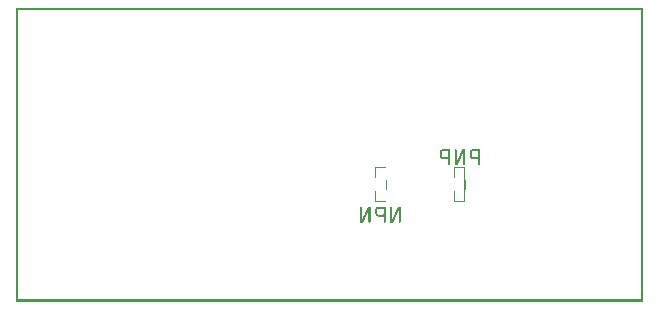
<source format=gbo>
G04 MADE WITH FRITZING*
G04 WWW.FRITZING.ORG*
G04 DOUBLE SIDED*
G04 HOLES PLATED*
G04 CONTOUR ON CENTER OF CONTOUR VECTOR*
%ASAXBY*%
%FSLAX23Y23*%
%MOIN*%
%OFA0B0*%
%SFA1.0B1.0*%
%ADD10R,0.001000X0.001000*%
%LNSILK0*%
G90*
G70*
G54D10*
X0Y981D02*
X2090Y981D01*
X0Y980D02*
X2090Y980D01*
X0Y979D02*
X2090Y979D01*
X0Y978D02*
X2090Y978D01*
X0Y977D02*
X2090Y977D01*
X0Y976D02*
X2090Y976D01*
X0Y975D02*
X2090Y975D01*
X0Y974D02*
X2090Y974D01*
X0Y973D02*
X7Y973D01*
X2083Y973D02*
X2090Y973D01*
X0Y972D02*
X7Y972D01*
X2083Y972D02*
X2090Y972D01*
X0Y971D02*
X7Y971D01*
X2083Y971D02*
X2090Y971D01*
X0Y970D02*
X7Y970D01*
X2083Y970D02*
X2090Y970D01*
X0Y969D02*
X7Y969D01*
X2083Y969D02*
X2090Y969D01*
X0Y968D02*
X7Y968D01*
X2083Y968D02*
X2090Y968D01*
X0Y967D02*
X7Y967D01*
X2083Y967D02*
X2090Y967D01*
X0Y966D02*
X7Y966D01*
X2083Y966D02*
X2090Y966D01*
X0Y965D02*
X7Y965D01*
X2083Y965D02*
X2090Y965D01*
X0Y964D02*
X7Y964D01*
X2083Y964D02*
X2090Y964D01*
X0Y963D02*
X7Y963D01*
X2083Y963D02*
X2090Y963D01*
X0Y962D02*
X7Y962D01*
X2083Y962D02*
X2090Y962D01*
X0Y961D02*
X7Y961D01*
X2083Y961D02*
X2090Y961D01*
X0Y960D02*
X7Y960D01*
X2083Y960D02*
X2090Y960D01*
X0Y959D02*
X7Y959D01*
X2083Y959D02*
X2090Y959D01*
X0Y958D02*
X7Y958D01*
X2083Y958D02*
X2090Y958D01*
X0Y957D02*
X7Y957D01*
X2083Y957D02*
X2090Y957D01*
X0Y956D02*
X7Y956D01*
X2083Y956D02*
X2090Y956D01*
X0Y955D02*
X7Y955D01*
X2083Y955D02*
X2090Y955D01*
X0Y954D02*
X7Y954D01*
X2083Y954D02*
X2090Y954D01*
X0Y953D02*
X7Y953D01*
X2083Y953D02*
X2090Y953D01*
X0Y952D02*
X7Y952D01*
X2083Y952D02*
X2090Y952D01*
X0Y951D02*
X7Y951D01*
X2083Y951D02*
X2090Y951D01*
X0Y950D02*
X7Y950D01*
X2083Y950D02*
X2090Y950D01*
X0Y949D02*
X7Y949D01*
X2083Y949D02*
X2090Y949D01*
X0Y948D02*
X7Y948D01*
X2083Y948D02*
X2090Y948D01*
X0Y947D02*
X7Y947D01*
X2083Y947D02*
X2090Y947D01*
X0Y946D02*
X7Y946D01*
X2083Y946D02*
X2090Y946D01*
X0Y945D02*
X7Y945D01*
X2083Y945D02*
X2090Y945D01*
X0Y944D02*
X7Y944D01*
X2083Y944D02*
X2090Y944D01*
X0Y943D02*
X7Y943D01*
X2083Y943D02*
X2090Y943D01*
X0Y942D02*
X7Y942D01*
X2083Y942D02*
X2090Y942D01*
X0Y941D02*
X7Y941D01*
X2083Y941D02*
X2090Y941D01*
X0Y940D02*
X7Y940D01*
X2083Y940D02*
X2090Y940D01*
X0Y939D02*
X7Y939D01*
X2083Y939D02*
X2090Y939D01*
X0Y938D02*
X7Y938D01*
X2083Y938D02*
X2090Y938D01*
X0Y937D02*
X7Y937D01*
X2083Y937D02*
X2090Y937D01*
X0Y936D02*
X7Y936D01*
X2083Y936D02*
X2090Y936D01*
X0Y935D02*
X7Y935D01*
X2083Y935D02*
X2090Y935D01*
X0Y934D02*
X7Y934D01*
X2083Y934D02*
X2090Y934D01*
X0Y933D02*
X7Y933D01*
X2083Y933D02*
X2090Y933D01*
X0Y932D02*
X7Y932D01*
X2083Y932D02*
X2090Y932D01*
X0Y931D02*
X7Y931D01*
X2083Y931D02*
X2090Y931D01*
X0Y930D02*
X7Y930D01*
X2083Y930D02*
X2090Y930D01*
X0Y929D02*
X7Y929D01*
X2083Y929D02*
X2090Y929D01*
X0Y928D02*
X7Y928D01*
X2083Y928D02*
X2090Y928D01*
X0Y927D02*
X7Y927D01*
X2083Y927D02*
X2090Y927D01*
X0Y926D02*
X7Y926D01*
X2083Y926D02*
X2090Y926D01*
X0Y925D02*
X7Y925D01*
X2083Y925D02*
X2090Y925D01*
X0Y924D02*
X7Y924D01*
X2083Y924D02*
X2090Y924D01*
X0Y923D02*
X7Y923D01*
X2083Y923D02*
X2090Y923D01*
X0Y922D02*
X7Y922D01*
X2083Y922D02*
X2090Y922D01*
X0Y921D02*
X7Y921D01*
X2083Y921D02*
X2090Y921D01*
X0Y920D02*
X7Y920D01*
X2083Y920D02*
X2090Y920D01*
X0Y919D02*
X7Y919D01*
X2083Y919D02*
X2090Y919D01*
X0Y918D02*
X7Y918D01*
X2083Y918D02*
X2090Y918D01*
X0Y917D02*
X7Y917D01*
X2083Y917D02*
X2090Y917D01*
X0Y916D02*
X7Y916D01*
X2083Y916D02*
X2090Y916D01*
X0Y915D02*
X7Y915D01*
X2083Y915D02*
X2090Y915D01*
X0Y914D02*
X7Y914D01*
X2083Y914D02*
X2090Y914D01*
X0Y913D02*
X7Y913D01*
X2083Y913D02*
X2090Y913D01*
X0Y912D02*
X7Y912D01*
X2083Y912D02*
X2090Y912D01*
X0Y911D02*
X7Y911D01*
X2083Y911D02*
X2090Y911D01*
X0Y910D02*
X7Y910D01*
X2083Y910D02*
X2090Y910D01*
X0Y909D02*
X7Y909D01*
X2083Y909D02*
X2090Y909D01*
X0Y908D02*
X7Y908D01*
X2083Y908D02*
X2090Y908D01*
X0Y907D02*
X7Y907D01*
X2083Y907D02*
X2090Y907D01*
X0Y906D02*
X7Y906D01*
X2083Y906D02*
X2090Y906D01*
X0Y905D02*
X7Y905D01*
X2083Y905D02*
X2090Y905D01*
X0Y904D02*
X7Y904D01*
X2083Y904D02*
X2090Y904D01*
X0Y903D02*
X7Y903D01*
X2083Y903D02*
X2090Y903D01*
X0Y902D02*
X7Y902D01*
X2083Y902D02*
X2090Y902D01*
X0Y901D02*
X7Y901D01*
X2083Y901D02*
X2090Y901D01*
X0Y900D02*
X7Y900D01*
X2083Y900D02*
X2090Y900D01*
X0Y899D02*
X7Y899D01*
X2083Y899D02*
X2090Y899D01*
X0Y898D02*
X7Y898D01*
X2083Y898D02*
X2090Y898D01*
X0Y897D02*
X7Y897D01*
X2083Y897D02*
X2090Y897D01*
X0Y896D02*
X7Y896D01*
X2083Y896D02*
X2090Y896D01*
X0Y895D02*
X7Y895D01*
X2083Y895D02*
X2090Y895D01*
X0Y894D02*
X7Y894D01*
X2083Y894D02*
X2090Y894D01*
X0Y893D02*
X7Y893D01*
X2083Y893D02*
X2090Y893D01*
X0Y892D02*
X7Y892D01*
X2083Y892D02*
X2090Y892D01*
X0Y891D02*
X7Y891D01*
X2083Y891D02*
X2090Y891D01*
X0Y890D02*
X7Y890D01*
X2083Y890D02*
X2090Y890D01*
X0Y889D02*
X7Y889D01*
X2083Y889D02*
X2090Y889D01*
X0Y888D02*
X7Y888D01*
X2083Y888D02*
X2090Y888D01*
X0Y887D02*
X7Y887D01*
X2083Y887D02*
X2090Y887D01*
X0Y886D02*
X7Y886D01*
X2083Y886D02*
X2090Y886D01*
X0Y885D02*
X7Y885D01*
X2083Y885D02*
X2090Y885D01*
X0Y884D02*
X7Y884D01*
X2083Y884D02*
X2090Y884D01*
X0Y883D02*
X7Y883D01*
X2083Y883D02*
X2090Y883D01*
X0Y882D02*
X7Y882D01*
X2083Y882D02*
X2090Y882D01*
X0Y881D02*
X7Y881D01*
X2083Y881D02*
X2090Y881D01*
X0Y880D02*
X7Y880D01*
X2083Y880D02*
X2090Y880D01*
X0Y879D02*
X7Y879D01*
X2083Y879D02*
X2090Y879D01*
X0Y878D02*
X7Y878D01*
X2083Y878D02*
X2090Y878D01*
X0Y877D02*
X7Y877D01*
X2083Y877D02*
X2090Y877D01*
X0Y876D02*
X7Y876D01*
X2083Y876D02*
X2090Y876D01*
X0Y875D02*
X7Y875D01*
X2083Y875D02*
X2090Y875D01*
X0Y874D02*
X7Y874D01*
X2083Y874D02*
X2090Y874D01*
X0Y873D02*
X7Y873D01*
X2083Y873D02*
X2090Y873D01*
X0Y872D02*
X7Y872D01*
X2083Y872D02*
X2090Y872D01*
X0Y871D02*
X7Y871D01*
X2083Y871D02*
X2090Y871D01*
X0Y870D02*
X7Y870D01*
X2083Y870D02*
X2090Y870D01*
X0Y869D02*
X7Y869D01*
X2083Y869D02*
X2090Y869D01*
X0Y868D02*
X7Y868D01*
X2083Y868D02*
X2090Y868D01*
X0Y867D02*
X7Y867D01*
X2083Y867D02*
X2090Y867D01*
X0Y866D02*
X7Y866D01*
X2083Y866D02*
X2090Y866D01*
X0Y865D02*
X7Y865D01*
X2083Y865D02*
X2090Y865D01*
X0Y864D02*
X7Y864D01*
X2083Y864D02*
X2090Y864D01*
X0Y863D02*
X7Y863D01*
X2083Y863D02*
X2090Y863D01*
X0Y862D02*
X7Y862D01*
X2083Y862D02*
X2090Y862D01*
X0Y861D02*
X7Y861D01*
X2083Y861D02*
X2090Y861D01*
X0Y860D02*
X7Y860D01*
X2083Y860D02*
X2090Y860D01*
X0Y859D02*
X7Y859D01*
X2083Y859D02*
X2090Y859D01*
X0Y858D02*
X7Y858D01*
X2083Y858D02*
X2090Y858D01*
X0Y857D02*
X7Y857D01*
X2083Y857D02*
X2090Y857D01*
X0Y856D02*
X7Y856D01*
X2083Y856D02*
X2090Y856D01*
X0Y855D02*
X7Y855D01*
X2083Y855D02*
X2090Y855D01*
X0Y854D02*
X7Y854D01*
X2083Y854D02*
X2090Y854D01*
X0Y853D02*
X7Y853D01*
X2083Y853D02*
X2090Y853D01*
X0Y852D02*
X7Y852D01*
X2083Y852D02*
X2090Y852D01*
X0Y851D02*
X7Y851D01*
X2083Y851D02*
X2090Y851D01*
X0Y850D02*
X7Y850D01*
X2083Y850D02*
X2090Y850D01*
X0Y849D02*
X7Y849D01*
X2083Y849D02*
X2090Y849D01*
X0Y848D02*
X7Y848D01*
X2083Y848D02*
X2090Y848D01*
X0Y847D02*
X7Y847D01*
X2083Y847D02*
X2090Y847D01*
X0Y846D02*
X7Y846D01*
X2083Y846D02*
X2090Y846D01*
X0Y845D02*
X7Y845D01*
X2083Y845D02*
X2090Y845D01*
X0Y844D02*
X7Y844D01*
X2083Y844D02*
X2090Y844D01*
X0Y843D02*
X7Y843D01*
X2083Y843D02*
X2090Y843D01*
X0Y842D02*
X7Y842D01*
X2083Y842D02*
X2090Y842D01*
X0Y841D02*
X7Y841D01*
X2083Y841D02*
X2090Y841D01*
X0Y840D02*
X7Y840D01*
X2083Y840D02*
X2090Y840D01*
X0Y839D02*
X7Y839D01*
X2083Y839D02*
X2090Y839D01*
X0Y838D02*
X7Y838D01*
X2083Y838D02*
X2090Y838D01*
X0Y837D02*
X7Y837D01*
X2083Y837D02*
X2090Y837D01*
X0Y836D02*
X7Y836D01*
X2083Y836D02*
X2090Y836D01*
X0Y835D02*
X7Y835D01*
X2083Y835D02*
X2090Y835D01*
X0Y834D02*
X7Y834D01*
X2083Y834D02*
X2090Y834D01*
X0Y833D02*
X7Y833D01*
X2083Y833D02*
X2090Y833D01*
X0Y832D02*
X7Y832D01*
X2083Y832D02*
X2090Y832D01*
X0Y831D02*
X7Y831D01*
X2083Y831D02*
X2090Y831D01*
X0Y830D02*
X7Y830D01*
X2083Y830D02*
X2090Y830D01*
X0Y829D02*
X7Y829D01*
X2083Y829D02*
X2090Y829D01*
X0Y828D02*
X7Y828D01*
X2083Y828D02*
X2090Y828D01*
X0Y827D02*
X7Y827D01*
X2083Y827D02*
X2090Y827D01*
X0Y826D02*
X7Y826D01*
X2083Y826D02*
X2090Y826D01*
X0Y825D02*
X7Y825D01*
X2083Y825D02*
X2090Y825D01*
X0Y824D02*
X7Y824D01*
X2083Y824D02*
X2090Y824D01*
X0Y823D02*
X7Y823D01*
X2083Y823D02*
X2090Y823D01*
X0Y822D02*
X7Y822D01*
X2083Y822D02*
X2090Y822D01*
X0Y821D02*
X7Y821D01*
X2083Y821D02*
X2090Y821D01*
X0Y820D02*
X7Y820D01*
X2083Y820D02*
X2090Y820D01*
X0Y819D02*
X7Y819D01*
X2083Y819D02*
X2090Y819D01*
X0Y818D02*
X7Y818D01*
X2083Y818D02*
X2090Y818D01*
X0Y817D02*
X7Y817D01*
X2083Y817D02*
X2090Y817D01*
X0Y816D02*
X7Y816D01*
X2083Y816D02*
X2090Y816D01*
X0Y815D02*
X7Y815D01*
X2083Y815D02*
X2090Y815D01*
X0Y814D02*
X7Y814D01*
X2083Y814D02*
X2090Y814D01*
X0Y813D02*
X7Y813D01*
X2083Y813D02*
X2090Y813D01*
X0Y812D02*
X7Y812D01*
X2083Y812D02*
X2090Y812D01*
X0Y811D02*
X7Y811D01*
X2083Y811D02*
X2090Y811D01*
X0Y810D02*
X7Y810D01*
X2083Y810D02*
X2090Y810D01*
X0Y809D02*
X7Y809D01*
X2083Y809D02*
X2090Y809D01*
X0Y808D02*
X7Y808D01*
X2083Y808D02*
X2090Y808D01*
X0Y807D02*
X7Y807D01*
X2083Y807D02*
X2090Y807D01*
X0Y806D02*
X7Y806D01*
X2083Y806D02*
X2090Y806D01*
X0Y805D02*
X7Y805D01*
X2083Y805D02*
X2090Y805D01*
X0Y804D02*
X7Y804D01*
X2083Y804D02*
X2090Y804D01*
X0Y803D02*
X7Y803D01*
X2083Y803D02*
X2090Y803D01*
X0Y802D02*
X7Y802D01*
X2083Y802D02*
X2090Y802D01*
X0Y801D02*
X7Y801D01*
X2083Y801D02*
X2090Y801D01*
X0Y800D02*
X7Y800D01*
X2083Y800D02*
X2090Y800D01*
X0Y799D02*
X7Y799D01*
X2083Y799D02*
X2090Y799D01*
X0Y798D02*
X7Y798D01*
X2083Y798D02*
X2090Y798D01*
X0Y797D02*
X7Y797D01*
X2083Y797D02*
X2090Y797D01*
X0Y796D02*
X7Y796D01*
X2083Y796D02*
X2090Y796D01*
X0Y795D02*
X7Y795D01*
X2083Y795D02*
X2090Y795D01*
X0Y794D02*
X7Y794D01*
X2083Y794D02*
X2090Y794D01*
X0Y793D02*
X7Y793D01*
X2083Y793D02*
X2090Y793D01*
X0Y792D02*
X7Y792D01*
X2083Y792D02*
X2090Y792D01*
X0Y791D02*
X7Y791D01*
X2083Y791D02*
X2090Y791D01*
X0Y790D02*
X7Y790D01*
X2083Y790D02*
X2090Y790D01*
X0Y789D02*
X7Y789D01*
X2083Y789D02*
X2090Y789D01*
X0Y788D02*
X7Y788D01*
X2083Y788D02*
X2090Y788D01*
X0Y787D02*
X7Y787D01*
X2083Y787D02*
X2090Y787D01*
X0Y786D02*
X7Y786D01*
X2083Y786D02*
X2090Y786D01*
X0Y785D02*
X7Y785D01*
X2083Y785D02*
X2090Y785D01*
X0Y784D02*
X7Y784D01*
X2083Y784D02*
X2090Y784D01*
X0Y783D02*
X7Y783D01*
X2083Y783D02*
X2090Y783D01*
X0Y782D02*
X7Y782D01*
X2083Y782D02*
X2090Y782D01*
X0Y781D02*
X7Y781D01*
X2083Y781D02*
X2090Y781D01*
X0Y780D02*
X7Y780D01*
X2083Y780D02*
X2090Y780D01*
X0Y779D02*
X7Y779D01*
X2083Y779D02*
X2090Y779D01*
X0Y778D02*
X7Y778D01*
X2083Y778D02*
X2090Y778D01*
X0Y777D02*
X7Y777D01*
X2083Y777D02*
X2090Y777D01*
X0Y776D02*
X7Y776D01*
X2083Y776D02*
X2090Y776D01*
X0Y775D02*
X7Y775D01*
X2083Y775D02*
X2090Y775D01*
X0Y774D02*
X7Y774D01*
X2083Y774D02*
X2090Y774D01*
X0Y773D02*
X7Y773D01*
X2083Y773D02*
X2090Y773D01*
X0Y772D02*
X7Y772D01*
X2083Y772D02*
X2090Y772D01*
X0Y771D02*
X7Y771D01*
X2083Y771D02*
X2090Y771D01*
X0Y770D02*
X7Y770D01*
X2083Y770D02*
X2090Y770D01*
X0Y769D02*
X7Y769D01*
X2083Y769D02*
X2090Y769D01*
X0Y768D02*
X7Y768D01*
X2083Y768D02*
X2090Y768D01*
X0Y767D02*
X7Y767D01*
X2083Y767D02*
X2090Y767D01*
X0Y766D02*
X7Y766D01*
X2083Y766D02*
X2090Y766D01*
X0Y765D02*
X7Y765D01*
X2083Y765D02*
X2090Y765D01*
X0Y764D02*
X7Y764D01*
X2083Y764D02*
X2090Y764D01*
X0Y763D02*
X7Y763D01*
X2083Y763D02*
X2090Y763D01*
X0Y762D02*
X7Y762D01*
X2083Y762D02*
X2090Y762D01*
X0Y761D02*
X7Y761D01*
X2083Y761D02*
X2090Y761D01*
X0Y760D02*
X7Y760D01*
X2083Y760D02*
X2090Y760D01*
X0Y759D02*
X7Y759D01*
X2083Y759D02*
X2090Y759D01*
X0Y758D02*
X7Y758D01*
X2083Y758D02*
X2090Y758D01*
X0Y757D02*
X7Y757D01*
X2083Y757D02*
X2090Y757D01*
X0Y756D02*
X7Y756D01*
X2083Y756D02*
X2090Y756D01*
X0Y755D02*
X7Y755D01*
X2083Y755D02*
X2090Y755D01*
X0Y754D02*
X7Y754D01*
X2083Y754D02*
X2090Y754D01*
X0Y753D02*
X7Y753D01*
X2083Y753D02*
X2090Y753D01*
X0Y752D02*
X7Y752D01*
X2083Y752D02*
X2090Y752D01*
X0Y751D02*
X7Y751D01*
X2083Y751D02*
X2090Y751D01*
X0Y750D02*
X7Y750D01*
X2083Y750D02*
X2090Y750D01*
X0Y749D02*
X7Y749D01*
X2083Y749D02*
X2090Y749D01*
X0Y748D02*
X7Y748D01*
X2083Y748D02*
X2090Y748D01*
X0Y747D02*
X7Y747D01*
X2083Y747D02*
X2090Y747D01*
X0Y746D02*
X7Y746D01*
X2083Y746D02*
X2090Y746D01*
X0Y745D02*
X7Y745D01*
X2083Y745D02*
X2090Y745D01*
X0Y744D02*
X7Y744D01*
X2083Y744D02*
X2090Y744D01*
X0Y743D02*
X7Y743D01*
X2083Y743D02*
X2090Y743D01*
X0Y742D02*
X7Y742D01*
X2083Y742D02*
X2090Y742D01*
X0Y741D02*
X7Y741D01*
X2083Y741D02*
X2090Y741D01*
X0Y740D02*
X7Y740D01*
X2083Y740D02*
X2090Y740D01*
X0Y739D02*
X7Y739D01*
X2083Y739D02*
X2090Y739D01*
X0Y738D02*
X7Y738D01*
X2083Y738D02*
X2090Y738D01*
X0Y737D02*
X7Y737D01*
X2083Y737D02*
X2090Y737D01*
X0Y736D02*
X7Y736D01*
X2083Y736D02*
X2090Y736D01*
X0Y735D02*
X7Y735D01*
X2083Y735D02*
X2090Y735D01*
X0Y734D02*
X7Y734D01*
X2083Y734D02*
X2090Y734D01*
X0Y733D02*
X7Y733D01*
X2083Y733D02*
X2090Y733D01*
X0Y732D02*
X7Y732D01*
X2083Y732D02*
X2090Y732D01*
X0Y731D02*
X7Y731D01*
X2083Y731D02*
X2090Y731D01*
X0Y730D02*
X7Y730D01*
X2083Y730D02*
X2090Y730D01*
X0Y729D02*
X7Y729D01*
X2083Y729D02*
X2090Y729D01*
X0Y728D02*
X7Y728D01*
X2083Y728D02*
X2090Y728D01*
X0Y727D02*
X7Y727D01*
X2083Y727D02*
X2090Y727D01*
X0Y726D02*
X7Y726D01*
X2083Y726D02*
X2090Y726D01*
X0Y725D02*
X7Y725D01*
X2083Y725D02*
X2090Y725D01*
X0Y724D02*
X7Y724D01*
X2083Y724D02*
X2090Y724D01*
X0Y723D02*
X7Y723D01*
X2083Y723D02*
X2090Y723D01*
X0Y722D02*
X7Y722D01*
X2083Y722D02*
X2090Y722D01*
X0Y721D02*
X7Y721D01*
X2083Y721D02*
X2090Y721D01*
X0Y720D02*
X7Y720D01*
X2083Y720D02*
X2090Y720D01*
X0Y719D02*
X7Y719D01*
X2083Y719D02*
X2090Y719D01*
X0Y718D02*
X7Y718D01*
X2083Y718D02*
X2090Y718D01*
X0Y717D02*
X7Y717D01*
X2083Y717D02*
X2090Y717D01*
X0Y716D02*
X7Y716D01*
X2083Y716D02*
X2090Y716D01*
X0Y715D02*
X7Y715D01*
X2083Y715D02*
X2090Y715D01*
X0Y714D02*
X7Y714D01*
X2083Y714D02*
X2090Y714D01*
X0Y713D02*
X7Y713D01*
X2083Y713D02*
X2090Y713D01*
X0Y712D02*
X7Y712D01*
X2083Y712D02*
X2090Y712D01*
X0Y711D02*
X7Y711D01*
X2083Y711D02*
X2090Y711D01*
X0Y710D02*
X7Y710D01*
X2083Y710D02*
X2090Y710D01*
X0Y709D02*
X7Y709D01*
X2083Y709D02*
X2090Y709D01*
X0Y708D02*
X7Y708D01*
X2083Y708D02*
X2090Y708D01*
X0Y707D02*
X7Y707D01*
X2083Y707D02*
X2090Y707D01*
X0Y706D02*
X7Y706D01*
X2083Y706D02*
X2090Y706D01*
X0Y705D02*
X7Y705D01*
X2083Y705D02*
X2090Y705D01*
X0Y704D02*
X7Y704D01*
X2083Y704D02*
X2090Y704D01*
X0Y703D02*
X7Y703D01*
X2083Y703D02*
X2090Y703D01*
X0Y702D02*
X7Y702D01*
X2083Y702D02*
X2090Y702D01*
X0Y701D02*
X7Y701D01*
X2083Y701D02*
X2090Y701D01*
X0Y700D02*
X7Y700D01*
X2083Y700D02*
X2090Y700D01*
X0Y699D02*
X7Y699D01*
X2083Y699D02*
X2090Y699D01*
X0Y698D02*
X7Y698D01*
X2083Y698D02*
X2090Y698D01*
X0Y697D02*
X7Y697D01*
X2083Y697D02*
X2090Y697D01*
X0Y696D02*
X7Y696D01*
X2083Y696D02*
X2090Y696D01*
X0Y695D02*
X7Y695D01*
X2083Y695D02*
X2090Y695D01*
X0Y694D02*
X7Y694D01*
X2083Y694D02*
X2090Y694D01*
X0Y693D02*
X7Y693D01*
X2083Y693D02*
X2090Y693D01*
X0Y692D02*
X7Y692D01*
X2083Y692D02*
X2090Y692D01*
X0Y691D02*
X7Y691D01*
X2083Y691D02*
X2090Y691D01*
X0Y690D02*
X7Y690D01*
X2083Y690D02*
X2090Y690D01*
X0Y689D02*
X7Y689D01*
X2083Y689D02*
X2090Y689D01*
X0Y688D02*
X7Y688D01*
X2083Y688D02*
X2090Y688D01*
X0Y687D02*
X7Y687D01*
X2083Y687D02*
X2090Y687D01*
X0Y686D02*
X7Y686D01*
X2083Y686D02*
X2090Y686D01*
X0Y685D02*
X7Y685D01*
X2083Y685D02*
X2090Y685D01*
X0Y684D02*
X7Y684D01*
X2083Y684D02*
X2090Y684D01*
X0Y683D02*
X7Y683D01*
X2083Y683D02*
X2090Y683D01*
X0Y682D02*
X7Y682D01*
X2083Y682D02*
X2090Y682D01*
X0Y681D02*
X7Y681D01*
X2083Y681D02*
X2090Y681D01*
X0Y680D02*
X7Y680D01*
X2083Y680D02*
X2090Y680D01*
X0Y679D02*
X7Y679D01*
X2083Y679D02*
X2090Y679D01*
X0Y678D02*
X7Y678D01*
X2083Y678D02*
X2090Y678D01*
X0Y677D02*
X7Y677D01*
X2083Y677D02*
X2090Y677D01*
X0Y676D02*
X7Y676D01*
X2083Y676D02*
X2090Y676D01*
X0Y675D02*
X7Y675D01*
X2083Y675D02*
X2090Y675D01*
X0Y674D02*
X7Y674D01*
X2083Y674D02*
X2090Y674D01*
X0Y673D02*
X7Y673D01*
X2083Y673D02*
X2090Y673D01*
X0Y672D02*
X7Y672D01*
X2083Y672D02*
X2090Y672D01*
X0Y671D02*
X7Y671D01*
X2083Y671D02*
X2090Y671D01*
X0Y670D02*
X7Y670D01*
X2083Y670D02*
X2090Y670D01*
X0Y669D02*
X7Y669D01*
X2083Y669D02*
X2090Y669D01*
X0Y668D02*
X7Y668D01*
X2083Y668D02*
X2090Y668D01*
X0Y667D02*
X7Y667D01*
X2083Y667D02*
X2090Y667D01*
X0Y666D02*
X7Y666D01*
X2083Y666D02*
X2090Y666D01*
X0Y665D02*
X7Y665D01*
X2083Y665D02*
X2090Y665D01*
X0Y664D02*
X7Y664D01*
X2083Y664D02*
X2090Y664D01*
X0Y663D02*
X7Y663D01*
X2083Y663D02*
X2090Y663D01*
X0Y662D02*
X7Y662D01*
X2083Y662D02*
X2090Y662D01*
X0Y661D02*
X7Y661D01*
X2083Y661D02*
X2090Y661D01*
X0Y660D02*
X7Y660D01*
X2083Y660D02*
X2090Y660D01*
X0Y659D02*
X7Y659D01*
X2083Y659D02*
X2090Y659D01*
X0Y658D02*
X7Y658D01*
X2083Y658D02*
X2090Y658D01*
X0Y657D02*
X7Y657D01*
X2083Y657D02*
X2090Y657D01*
X0Y656D02*
X7Y656D01*
X2083Y656D02*
X2090Y656D01*
X0Y655D02*
X7Y655D01*
X2083Y655D02*
X2090Y655D01*
X0Y654D02*
X7Y654D01*
X2083Y654D02*
X2090Y654D01*
X0Y653D02*
X7Y653D01*
X2083Y653D02*
X2090Y653D01*
X0Y652D02*
X7Y652D01*
X2083Y652D02*
X2090Y652D01*
X0Y651D02*
X7Y651D01*
X2083Y651D02*
X2090Y651D01*
X0Y650D02*
X7Y650D01*
X2083Y650D02*
X2090Y650D01*
X0Y649D02*
X7Y649D01*
X2083Y649D02*
X2090Y649D01*
X0Y648D02*
X7Y648D01*
X2083Y648D02*
X2090Y648D01*
X0Y647D02*
X7Y647D01*
X2083Y647D02*
X2090Y647D01*
X0Y646D02*
X7Y646D01*
X2083Y646D02*
X2090Y646D01*
X0Y645D02*
X7Y645D01*
X2083Y645D02*
X2090Y645D01*
X0Y644D02*
X7Y644D01*
X2083Y644D02*
X2090Y644D01*
X0Y643D02*
X7Y643D01*
X2083Y643D02*
X2090Y643D01*
X0Y642D02*
X7Y642D01*
X2083Y642D02*
X2090Y642D01*
X0Y641D02*
X7Y641D01*
X2083Y641D02*
X2090Y641D01*
X0Y640D02*
X7Y640D01*
X2083Y640D02*
X2090Y640D01*
X0Y639D02*
X7Y639D01*
X2083Y639D02*
X2090Y639D01*
X0Y638D02*
X7Y638D01*
X2083Y638D02*
X2090Y638D01*
X0Y637D02*
X7Y637D01*
X2083Y637D02*
X2090Y637D01*
X0Y636D02*
X7Y636D01*
X2083Y636D02*
X2090Y636D01*
X0Y635D02*
X7Y635D01*
X2083Y635D02*
X2090Y635D01*
X0Y634D02*
X7Y634D01*
X2083Y634D02*
X2090Y634D01*
X0Y633D02*
X7Y633D01*
X2083Y633D02*
X2090Y633D01*
X0Y632D02*
X7Y632D01*
X2083Y632D02*
X2090Y632D01*
X0Y631D02*
X7Y631D01*
X2083Y631D02*
X2090Y631D01*
X0Y630D02*
X7Y630D01*
X2083Y630D02*
X2090Y630D01*
X0Y629D02*
X7Y629D01*
X2083Y629D02*
X2090Y629D01*
X0Y628D02*
X7Y628D01*
X2083Y628D02*
X2090Y628D01*
X0Y627D02*
X7Y627D01*
X2083Y627D02*
X2090Y627D01*
X0Y626D02*
X7Y626D01*
X2083Y626D02*
X2090Y626D01*
X0Y625D02*
X7Y625D01*
X2083Y625D02*
X2090Y625D01*
X0Y624D02*
X7Y624D01*
X2083Y624D02*
X2090Y624D01*
X0Y623D02*
X7Y623D01*
X2083Y623D02*
X2090Y623D01*
X0Y622D02*
X7Y622D01*
X2083Y622D02*
X2090Y622D01*
X0Y621D02*
X7Y621D01*
X2083Y621D02*
X2090Y621D01*
X0Y620D02*
X7Y620D01*
X2083Y620D02*
X2090Y620D01*
X0Y619D02*
X7Y619D01*
X2083Y619D02*
X2090Y619D01*
X0Y618D02*
X7Y618D01*
X2083Y618D02*
X2090Y618D01*
X0Y617D02*
X7Y617D01*
X2083Y617D02*
X2090Y617D01*
X0Y616D02*
X7Y616D01*
X2083Y616D02*
X2090Y616D01*
X0Y615D02*
X7Y615D01*
X2083Y615D02*
X2090Y615D01*
X0Y614D02*
X7Y614D01*
X2083Y614D02*
X2090Y614D01*
X0Y613D02*
X7Y613D01*
X2083Y613D02*
X2090Y613D01*
X0Y612D02*
X7Y612D01*
X2083Y612D02*
X2090Y612D01*
X0Y611D02*
X7Y611D01*
X2083Y611D02*
X2090Y611D01*
X0Y610D02*
X7Y610D01*
X2083Y610D02*
X2090Y610D01*
X0Y609D02*
X7Y609D01*
X2083Y609D02*
X2090Y609D01*
X0Y608D02*
X7Y608D01*
X2083Y608D02*
X2090Y608D01*
X0Y607D02*
X7Y607D01*
X2083Y607D02*
X2090Y607D01*
X0Y606D02*
X7Y606D01*
X2083Y606D02*
X2090Y606D01*
X0Y605D02*
X7Y605D01*
X2083Y605D02*
X2090Y605D01*
X0Y604D02*
X7Y604D01*
X2083Y604D02*
X2090Y604D01*
X0Y603D02*
X7Y603D01*
X2083Y603D02*
X2090Y603D01*
X0Y602D02*
X7Y602D01*
X2083Y602D02*
X2090Y602D01*
X0Y601D02*
X7Y601D01*
X2083Y601D02*
X2090Y601D01*
X0Y600D02*
X7Y600D01*
X2083Y600D02*
X2090Y600D01*
X0Y599D02*
X7Y599D01*
X2083Y599D02*
X2090Y599D01*
X0Y598D02*
X7Y598D01*
X2083Y598D02*
X2090Y598D01*
X0Y597D02*
X7Y597D01*
X2083Y597D02*
X2090Y597D01*
X0Y596D02*
X7Y596D01*
X2083Y596D02*
X2090Y596D01*
X0Y595D02*
X7Y595D01*
X2083Y595D02*
X2090Y595D01*
X0Y594D02*
X7Y594D01*
X2083Y594D02*
X2090Y594D01*
X0Y593D02*
X7Y593D01*
X2083Y593D02*
X2090Y593D01*
X0Y592D02*
X7Y592D01*
X2083Y592D02*
X2090Y592D01*
X0Y591D02*
X7Y591D01*
X2083Y591D02*
X2090Y591D01*
X0Y590D02*
X7Y590D01*
X2083Y590D02*
X2090Y590D01*
X0Y589D02*
X7Y589D01*
X2083Y589D02*
X2090Y589D01*
X0Y588D02*
X7Y588D01*
X2083Y588D02*
X2090Y588D01*
X0Y587D02*
X7Y587D01*
X2083Y587D02*
X2090Y587D01*
X0Y586D02*
X7Y586D01*
X2083Y586D02*
X2090Y586D01*
X0Y585D02*
X7Y585D01*
X2083Y585D02*
X2090Y585D01*
X0Y584D02*
X7Y584D01*
X2083Y584D02*
X2090Y584D01*
X0Y583D02*
X7Y583D01*
X2083Y583D02*
X2090Y583D01*
X0Y582D02*
X7Y582D01*
X2083Y582D02*
X2090Y582D01*
X0Y581D02*
X7Y581D01*
X2083Y581D02*
X2090Y581D01*
X0Y580D02*
X7Y580D01*
X2083Y580D02*
X2090Y580D01*
X0Y579D02*
X7Y579D01*
X2083Y579D02*
X2090Y579D01*
X0Y578D02*
X7Y578D01*
X2083Y578D02*
X2090Y578D01*
X0Y577D02*
X7Y577D01*
X2083Y577D02*
X2090Y577D01*
X0Y576D02*
X7Y576D01*
X2083Y576D02*
X2090Y576D01*
X0Y575D02*
X7Y575D01*
X2083Y575D02*
X2090Y575D01*
X0Y574D02*
X7Y574D01*
X2083Y574D02*
X2090Y574D01*
X0Y573D02*
X7Y573D01*
X2083Y573D02*
X2090Y573D01*
X0Y572D02*
X7Y572D01*
X2083Y572D02*
X2090Y572D01*
X0Y571D02*
X7Y571D01*
X2083Y571D02*
X2090Y571D01*
X0Y570D02*
X7Y570D01*
X2083Y570D02*
X2090Y570D01*
X0Y569D02*
X7Y569D01*
X2083Y569D02*
X2090Y569D01*
X0Y568D02*
X7Y568D01*
X2083Y568D02*
X2090Y568D01*
X0Y567D02*
X7Y567D01*
X2083Y567D02*
X2090Y567D01*
X0Y566D02*
X7Y566D01*
X2083Y566D02*
X2090Y566D01*
X0Y565D02*
X7Y565D01*
X2083Y565D02*
X2090Y565D01*
X0Y564D02*
X7Y564D01*
X2083Y564D02*
X2090Y564D01*
X0Y563D02*
X7Y563D01*
X2083Y563D02*
X2090Y563D01*
X0Y562D02*
X7Y562D01*
X2083Y562D02*
X2090Y562D01*
X0Y561D02*
X7Y561D01*
X2083Y561D02*
X2090Y561D01*
X0Y560D02*
X7Y560D01*
X2083Y560D02*
X2090Y560D01*
X0Y559D02*
X7Y559D01*
X2083Y559D02*
X2090Y559D01*
X0Y558D02*
X7Y558D01*
X2083Y558D02*
X2090Y558D01*
X0Y557D02*
X7Y557D01*
X2083Y557D02*
X2090Y557D01*
X0Y556D02*
X7Y556D01*
X2083Y556D02*
X2090Y556D01*
X0Y555D02*
X7Y555D01*
X2083Y555D02*
X2090Y555D01*
X0Y554D02*
X7Y554D01*
X2083Y554D02*
X2090Y554D01*
X0Y553D02*
X7Y553D01*
X2083Y553D02*
X2090Y553D01*
X0Y552D02*
X7Y552D01*
X2083Y552D02*
X2090Y552D01*
X0Y551D02*
X7Y551D01*
X2083Y551D02*
X2090Y551D01*
X0Y550D02*
X7Y550D01*
X2083Y550D02*
X2090Y550D01*
X0Y549D02*
X7Y549D01*
X2083Y549D02*
X2090Y549D01*
X0Y548D02*
X7Y548D01*
X2083Y548D02*
X2090Y548D01*
X0Y547D02*
X7Y547D01*
X2083Y547D02*
X2090Y547D01*
X0Y546D02*
X7Y546D01*
X2083Y546D02*
X2090Y546D01*
X0Y545D02*
X7Y545D01*
X2083Y545D02*
X2090Y545D01*
X0Y544D02*
X7Y544D01*
X2083Y544D02*
X2090Y544D01*
X0Y543D02*
X7Y543D01*
X2083Y543D02*
X2090Y543D01*
X0Y542D02*
X7Y542D01*
X2083Y542D02*
X2090Y542D01*
X0Y541D02*
X7Y541D01*
X2083Y541D02*
X2090Y541D01*
X0Y540D02*
X7Y540D01*
X2083Y540D02*
X2090Y540D01*
X0Y539D02*
X7Y539D01*
X2083Y539D02*
X2090Y539D01*
X0Y538D02*
X7Y538D01*
X2083Y538D02*
X2090Y538D01*
X0Y537D02*
X7Y537D01*
X2083Y537D02*
X2090Y537D01*
X0Y536D02*
X7Y536D01*
X2083Y536D02*
X2090Y536D01*
X0Y535D02*
X7Y535D01*
X2083Y535D02*
X2090Y535D01*
X0Y534D02*
X7Y534D01*
X2083Y534D02*
X2090Y534D01*
X0Y533D02*
X7Y533D01*
X2083Y533D02*
X2090Y533D01*
X0Y532D02*
X7Y532D01*
X2083Y532D02*
X2090Y532D01*
X0Y531D02*
X7Y531D01*
X2083Y531D02*
X2090Y531D01*
X0Y530D02*
X7Y530D01*
X2083Y530D02*
X2090Y530D01*
X0Y529D02*
X7Y529D01*
X2083Y529D02*
X2090Y529D01*
X0Y528D02*
X7Y528D01*
X2083Y528D02*
X2090Y528D01*
X0Y527D02*
X7Y527D01*
X2083Y527D02*
X2090Y527D01*
X0Y526D02*
X7Y526D01*
X2083Y526D02*
X2090Y526D01*
X0Y525D02*
X7Y525D01*
X2083Y525D02*
X2090Y525D01*
X0Y524D02*
X7Y524D01*
X2083Y524D02*
X2090Y524D01*
X0Y523D02*
X7Y523D01*
X2083Y523D02*
X2090Y523D01*
X0Y522D02*
X7Y522D01*
X2083Y522D02*
X2090Y522D01*
X0Y521D02*
X7Y521D01*
X2083Y521D02*
X2090Y521D01*
X0Y520D02*
X7Y520D01*
X2083Y520D02*
X2090Y520D01*
X0Y519D02*
X7Y519D01*
X2083Y519D02*
X2090Y519D01*
X0Y518D02*
X7Y518D01*
X2083Y518D02*
X2090Y518D01*
X0Y517D02*
X7Y517D01*
X2083Y517D02*
X2090Y517D01*
X0Y516D02*
X7Y516D01*
X2083Y516D02*
X2090Y516D01*
X0Y515D02*
X7Y515D01*
X2083Y515D02*
X2090Y515D01*
X0Y514D02*
X7Y514D01*
X2083Y514D02*
X2090Y514D01*
X0Y513D02*
X7Y513D01*
X2083Y513D02*
X2090Y513D01*
X0Y512D02*
X7Y512D01*
X2083Y512D02*
X2090Y512D01*
X0Y511D02*
X7Y511D01*
X2083Y511D02*
X2090Y511D01*
X0Y510D02*
X7Y510D01*
X2083Y510D02*
X2090Y510D01*
X0Y509D02*
X7Y509D01*
X1421Y509D02*
X1447Y509D01*
X1465Y509D02*
X1468Y509D01*
X1489Y509D02*
X1497Y509D01*
X1521Y509D02*
X1547Y509D01*
X2083Y509D02*
X2090Y509D01*
X0Y508D02*
X7Y508D01*
X1418Y508D02*
X1447Y508D01*
X1464Y508D02*
X1469Y508D01*
X1488Y508D02*
X1497Y508D01*
X1519Y508D02*
X1547Y508D01*
X2083Y508D02*
X2090Y508D01*
X0Y507D02*
X7Y507D01*
X1417Y507D02*
X1447Y507D01*
X1464Y507D02*
X1469Y507D01*
X1488Y507D02*
X1497Y507D01*
X1517Y507D02*
X1547Y507D01*
X2083Y507D02*
X2090Y507D01*
X0Y506D02*
X7Y506D01*
X1416Y506D02*
X1447Y506D01*
X1464Y506D02*
X1469Y506D01*
X1487Y506D02*
X1497Y506D01*
X1516Y506D02*
X1547Y506D01*
X2083Y506D02*
X2090Y506D01*
X0Y505D02*
X7Y505D01*
X1415Y505D02*
X1447Y505D01*
X1463Y505D02*
X1470Y505D01*
X1487Y505D02*
X1497Y505D01*
X1516Y505D02*
X1547Y505D01*
X2083Y505D02*
X2090Y505D01*
X0Y504D02*
X7Y504D01*
X1415Y504D02*
X1447Y504D01*
X1463Y504D02*
X1470Y504D01*
X1486Y504D02*
X1497Y504D01*
X1515Y504D02*
X1547Y504D01*
X2083Y504D02*
X2090Y504D01*
X0Y503D02*
X7Y503D01*
X1414Y503D02*
X1447Y503D01*
X1463Y503D02*
X1470Y503D01*
X1486Y503D02*
X1497Y503D01*
X1514Y503D02*
X1547Y503D01*
X2083Y503D02*
X2090Y503D01*
X0Y502D02*
X7Y502D01*
X1414Y502D02*
X1421Y502D01*
X1441Y502D02*
X1447Y502D01*
X1463Y502D02*
X1470Y502D01*
X1486Y502D02*
X1497Y502D01*
X1514Y502D02*
X1521Y502D01*
X1541Y502D02*
X1547Y502D01*
X2083Y502D02*
X2090Y502D01*
X0Y501D02*
X7Y501D01*
X1413Y501D02*
X1420Y501D01*
X1441Y501D02*
X1447Y501D01*
X1463Y501D02*
X1470Y501D01*
X1485Y501D02*
X1497Y501D01*
X1514Y501D02*
X1520Y501D01*
X1541Y501D02*
X1547Y501D01*
X2083Y501D02*
X2090Y501D01*
X0Y500D02*
X7Y500D01*
X1413Y500D02*
X1420Y500D01*
X1441Y500D02*
X1447Y500D01*
X1463Y500D02*
X1470Y500D01*
X1485Y500D02*
X1497Y500D01*
X1514Y500D02*
X1520Y500D01*
X1541Y500D02*
X1547Y500D01*
X2083Y500D02*
X2090Y500D01*
X0Y499D02*
X7Y499D01*
X1413Y499D02*
X1419Y499D01*
X1441Y499D02*
X1447Y499D01*
X1463Y499D02*
X1470Y499D01*
X1484Y499D02*
X1497Y499D01*
X1514Y499D02*
X1520Y499D01*
X1541Y499D02*
X1547Y499D01*
X2083Y499D02*
X2090Y499D01*
X0Y498D02*
X7Y498D01*
X1413Y498D02*
X1419Y498D01*
X1441Y498D02*
X1447Y498D01*
X1463Y498D02*
X1470Y498D01*
X1484Y498D02*
X1497Y498D01*
X1514Y498D02*
X1520Y498D01*
X1541Y498D02*
X1547Y498D01*
X2083Y498D02*
X2090Y498D01*
X0Y497D02*
X7Y497D01*
X1413Y497D02*
X1419Y497D01*
X1441Y497D02*
X1447Y497D01*
X1463Y497D02*
X1470Y497D01*
X1483Y497D02*
X1497Y497D01*
X1514Y497D02*
X1520Y497D01*
X1541Y497D02*
X1547Y497D01*
X2083Y497D02*
X2090Y497D01*
X0Y496D02*
X7Y496D01*
X1413Y496D02*
X1419Y496D01*
X1441Y496D02*
X1447Y496D01*
X1463Y496D02*
X1470Y496D01*
X1483Y496D02*
X1497Y496D01*
X1514Y496D02*
X1520Y496D01*
X1541Y496D02*
X1547Y496D01*
X2083Y496D02*
X2090Y496D01*
X0Y495D02*
X7Y495D01*
X1413Y495D02*
X1419Y495D01*
X1441Y495D02*
X1447Y495D01*
X1463Y495D02*
X1470Y495D01*
X1482Y495D02*
X1489Y495D01*
X1491Y495D02*
X1497Y495D01*
X1514Y495D02*
X1520Y495D01*
X1541Y495D02*
X1547Y495D01*
X2083Y495D02*
X2090Y495D01*
X0Y494D02*
X7Y494D01*
X1413Y494D02*
X1419Y494D01*
X1441Y494D02*
X1447Y494D01*
X1463Y494D02*
X1470Y494D01*
X1482Y494D02*
X1489Y494D01*
X1491Y494D02*
X1497Y494D01*
X1514Y494D02*
X1520Y494D01*
X1541Y494D02*
X1547Y494D01*
X2083Y494D02*
X2090Y494D01*
X0Y493D02*
X7Y493D01*
X1413Y493D02*
X1419Y493D01*
X1441Y493D02*
X1447Y493D01*
X1463Y493D02*
X1470Y493D01*
X1482Y493D02*
X1488Y493D01*
X1491Y493D02*
X1497Y493D01*
X1514Y493D02*
X1520Y493D01*
X1541Y493D02*
X1547Y493D01*
X2083Y493D02*
X2090Y493D01*
X0Y492D02*
X7Y492D01*
X1413Y492D02*
X1419Y492D01*
X1441Y492D02*
X1447Y492D01*
X1463Y492D02*
X1470Y492D01*
X1481Y492D02*
X1488Y492D01*
X1491Y492D02*
X1497Y492D01*
X1514Y492D02*
X1520Y492D01*
X1541Y492D02*
X1547Y492D01*
X2083Y492D02*
X2090Y492D01*
X0Y491D02*
X7Y491D01*
X1413Y491D02*
X1419Y491D01*
X1441Y491D02*
X1447Y491D01*
X1463Y491D02*
X1470Y491D01*
X1481Y491D02*
X1487Y491D01*
X1491Y491D02*
X1497Y491D01*
X1514Y491D02*
X1520Y491D01*
X1541Y491D02*
X1547Y491D01*
X2083Y491D02*
X2090Y491D01*
X0Y490D02*
X7Y490D01*
X1413Y490D02*
X1419Y490D01*
X1441Y490D02*
X1447Y490D01*
X1463Y490D02*
X1470Y490D01*
X1480Y490D02*
X1487Y490D01*
X1491Y490D02*
X1497Y490D01*
X1514Y490D02*
X1520Y490D01*
X1541Y490D02*
X1547Y490D01*
X2083Y490D02*
X2090Y490D01*
X0Y489D02*
X7Y489D01*
X1413Y489D02*
X1419Y489D01*
X1441Y489D02*
X1447Y489D01*
X1463Y489D02*
X1470Y489D01*
X1480Y489D02*
X1487Y489D01*
X1491Y489D02*
X1497Y489D01*
X1514Y489D02*
X1520Y489D01*
X1541Y489D02*
X1547Y489D01*
X2083Y489D02*
X2090Y489D01*
X0Y488D02*
X7Y488D01*
X1413Y488D02*
X1419Y488D01*
X1441Y488D02*
X1447Y488D01*
X1463Y488D02*
X1470Y488D01*
X1479Y488D02*
X1486Y488D01*
X1491Y488D02*
X1497Y488D01*
X1514Y488D02*
X1520Y488D01*
X1541Y488D02*
X1547Y488D01*
X2083Y488D02*
X2090Y488D01*
X0Y487D02*
X7Y487D01*
X1413Y487D02*
X1419Y487D01*
X1441Y487D02*
X1447Y487D01*
X1463Y487D02*
X1470Y487D01*
X1479Y487D02*
X1486Y487D01*
X1491Y487D02*
X1497Y487D01*
X1514Y487D02*
X1520Y487D01*
X1541Y487D02*
X1547Y487D01*
X2083Y487D02*
X2090Y487D01*
X0Y486D02*
X7Y486D01*
X1413Y486D02*
X1419Y486D01*
X1441Y486D02*
X1447Y486D01*
X1463Y486D02*
X1470Y486D01*
X1479Y486D02*
X1485Y486D01*
X1491Y486D02*
X1497Y486D01*
X1514Y486D02*
X1520Y486D01*
X1541Y486D02*
X1547Y486D01*
X2083Y486D02*
X2090Y486D01*
X0Y485D02*
X7Y485D01*
X1413Y485D02*
X1420Y485D01*
X1441Y485D02*
X1447Y485D01*
X1463Y485D02*
X1470Y485D01*
X1478Y485D02*
X1485Y485D01*
X1491Y485D02*
X1497Y485D01*
X1514Y485D02*
X1520Y485D01*
X1541Y485D02*
X1547Y485D01*
X2083Y485D02*
X2090Y485D01*
X0Y484D02*
X7Y484D01*
X1414Y484D02*
X1421Y484D01*
X1441Y484D02*
X1447Y484D01*
X1463Y484D02*
X1470Y484D01*
X1478Y484D02*
X1484Y484D01*
X1491Y484D02*
X1497Y484D01*
X1514Y484D02*
X1521Y484D01*
X1541Y484D02*
X1547Y484D01*
X2083Y484D02*
X2090Y484D01*
X0Y483D02*
X7Y483D01*
X1414Y483D02*
X1447Y483D01*
X1463Y483D02*
X1470Y483D01*
X1477Y483D02*
X1484Y483D01*
X1491Y483D02*
X1497Y483D01*
X1514Y483D02*
X1547Y483D01*
X2083Y483D02*
X2090Y483D01*
X0Y482D02*
X7Y482D01*
X1414Y482D02*
X1447Y482D01*
X1463Y482D02*
X1470Y482D01*
X1477Y482D02*
X1483Y482D01*
X1491Y482D02*
X1497Y482D01*
X1515Y482D02*
X1547Y482D01*
X2083Y482D02*
X2090Y482D01*
X0Y481D02*
X7Y481D01*
X1415Y481D02*
X1447Y481D01*
X1463Y481D02*
X1470Y481D01*
X1476Y481D02*
X1483Y481D01*
X1491Y481D02*
X1497Y481D01*
X1515Y481D02*
X1547Y481D01*
X2083Y481D02*
X2090Y481D01*
X0Y480D02*
X7Y480D01*
X1416Y480D02*
X1447Y480D01*
X1463Y480D02*
X1470Y480D01*
X1476Y480D02*
X1483Y480D01*
X1491Y480D02*
X1497Y480D01*
X1516Y480D02*
X1547Y480D01*
X2083Y480D02*
X2090Y480D01*
X0Y479D02*
X7Y479D01*
X1417Y479D02*
X1447Y479D01*
X1463Y479D02*
X1470Y479D01*
X1475Y479D02*
X1482Y479D01*
X1491Y479D02*
X1497Y479D01*
X1517Y479D02*
X1547Y479D01*
X2083Y479D02*
X2090Y479D01*
X0Y478D02*
X7Y478D01*
X1418Y478D02*
X1447Y478D01*
X1463Y478D02*
X1470Y478D01*
X1475Y478D02*
X1482Y478D01*
X1491Y478D02*
X1497Y478D01*
X1518Y478D02*
X1547Y478D01*
X2083Y478D02*
X2090Y478D01*
X0Y477D02*
X7Y477D01*
X1420Y477D02*
X1447Y477D01*
X1463Y477D02*
X1470Y477D01*
X1475Y477D02*
X1481Y477D01*
X1491Y477D02*
X1497Y477D01*
X1520Y477D02*
X1547Y477D01*
X2083Y477D02*
X2090Y477D01*
X0Y476D02*
X7Y476D01*
X1440Y476D02*
X1447Y476D01*
X1463Y476D02*
X1470Y476D01*
X1474Y476D02*
X1481Y476D01*
X1491Y476D02*
X1497Y476D01*
X1541Y476D02*
X1547Y476D01*
X2083Y476D02*
X2090Y476D01*
X0Y475D02*
X7Y475D01*
X1441Y475D02*
X1447Y475D01*
X1463Y475D02*
X1470Y475D01*
X1474Y475D02*
X1480Y475D01*
X1491Y475D02*
X1497Y475D01*
X1541Y475D02*
X1547Y475D01*
X2083Y475D02*
X2090Y475D01*
X0Y474D02*
X7Y474D01*
X1441Y474D02*
X1447Y474D01*
X1463Y474D02*
X1470Y474D01*
X1473Y474D02*
X1480Y474D01*
X1491Y474D02*
X1497Y474D01*
X1541Y474D02*
X1547Y474D01*
X2083Y474D02*
X2090Y474D01*
X0Y473D02*
X7Y473D01*
X1441Y473D02*
X1447Y473D01*
X1463Y473D02*
X1470Y473D01*
X1473Y473D02*
X1480Y473D01*
X1491Y473D02*
X1497Y473D01*
X1541Y473D02*
X1547Y473D01*
X2083Y473D02*
X2090Y473D01*
X0Y472D02*
X7Y472D01*
X1441Y472D02*
X1447Y472D01*
X1463Y472D02*
X1470Y472D01*
X1472Y472D02*
X1479Y472D01*
X1491Y472D02*
X1497Y472D01*
X1541Y472D02*
X1547Y472D01*
X2083Y472D02*
X2090Y472D01*
X0Y471D02*
X7Y471D01*
X1441Y471D02*
X1447Y471D01*
X1463Y471D02*
X1470Y471D01*
X1472Y471D02*
X1479Y471D01*
X1491Y471D02*
X1497Y471D01*
X1541Y471D02*
X1547Y471D01*
X2083Y471D02*
X2090Y471D01*
X0Y470D02*
X7Y470D01*
X1441Y470D02*
X1447Y470D01*
X1463Y470D02*
X1478Y470D01*
X1491Y470D02*
X1497Y470D01*
X1541Y470D02*
X1547Y470D01*
X2083Y470D02*
X2090Y470D01*
X0Y469D02*
X7Y469D01*
X1441Y469D02*
X1447Y469D01*
X1463Y469D02*
X1478Y469D01*
X1491Y469D02*
X1497Y469D01*
X1541Y469D02*
X1547Y469D01*
X2083Y469D02*
X2090Y469D01*
X0Y468D02*
X7Y468D01*
X1441Y468D02*
X1447Y468D01*
X1463Y468D02*
X1477Y468D01*
X1491Y468D02*
X1497Y468D01*
X1541Y468D02*
X1547Y468D01*
X2083Y468D02*
X2090Y468D01*
X0Y467D02*
X7Y467D01*
X1441Y467D02*
X1447Y467D01*
X1463Y467D02*
X1477Y467D01*
X1491Y467D02*
X1497Y467D01*
X1541Y467D02*
X1547Y467D01*
X2083Y467D02*
X2090Y467D01*
X0Y466D02*
X7Y466D01*
X1441Y466D02*
X1447Y466D01*
X1463Y466D02*
X1476Y466D01*
X1491Y466D02*
X1497Y466D01*
X1541Y466D02*
X1547Y466D01*
X2083Y466D02*
X2090Y466D01*
X0Y465D02*
X7Y465D01*
X1441Y465D02*
X1447Y465D01*
X1463Y465D02*
X1476Y465D01*
X1491Y465D02*
X1497Y465D01*
X1541Y465D02*
X1547Y465D01*
X2083Y465D02*
X2090Y465D01*
X0Y464D02*
X7Y464D01*
X1441Y464D02*
X1447Y464D01*
X1463Y464D02*
X1476Y464D01*
X1491Y464D02*
X1497Y464D01*
X1541Y464D02*
X1547Y464D01*
X2083Y464D02*
X2090Y464D01*
X0Y463D02*
X7Y463D01*
X1441Y463D02*
X1447Y463D01*
X1463Y463D02*
X1475Y463D01*
X1491Y463D02*
X1497Y463D01*
X1541Y463D02*
X1547Y463D01*
X2083Y463D02*
X2090Y463D01*
X0Y462D02*
X7Y462D01*
X1441Y462D02*
X1447Y462D01*
X1463Y462D02*
X1475Y462D01*
X1491Y462D02*
X1497Y462D01*
X1541Y462D02*
X1547Y462D01*
X2083Y462D02*
X2090Y462D01*
X0Y461D02*
X7Y461D01*
X1441Y461D02*
X1447Y461D01*
X1463Y461D02*
X1474Y461D01*
X1491Y461D02*
X1497Y461D01*
X1541Y461D02*
X1547Y461D01*
X2083Y461D02*
X2090Y461D01*
X0Y460D02*
X7Y460D01*
X1441Y460D02*
X1447Y460D01*
X1463Y460D02*
X1474Y460D01*
X1491Y460D02*
X1497Y460D01*
X1541Y460D02*
X1547Y460D01*
X2083Y460D02*
X2090Y460D01*
X0Y459D02*
X7Y459D01*
X1441Y459D02*
X1447Y459D01*
X1463Y459D02*
X1473Y459D01*
X1491Y459D02*
X1497Y459D01*
X1541Y459D02*
X1547Y459D01*
X2083Y459D02*
X2090Y459D01*
X0Y458D02*
X7Y458D01*
X1441Y458D02*
X1447Y458D01*
X1463Y458D02*
X1473Y458D01*
X1491Y458D02*
X1497Y458D01*
X1541Y458D02*
X1547Y458D01*
X2083Y458D02*
X2090Y458D01*
X0Y457D02*
X7Y457D01*
X1442Y457D02*
X1446Y457D01*
X1463Y457D02*
X1473Y457D01*
X1492Y457D02*
X1496Y457D01*
X1542Y457D02*
X1547Y457D01*
X2083Y457D02*
X2090Y457D01*
X0Y456D02*
X7Y456D01*
X1443Y456D02*
X1445Y456D01*
X1463Y456D02*
X1472Y456D01*
X1493Y456D02*
X1495Y456D01*
X1543Y456D02*
X1546Y456D01*
X2083Y456D02*
X2090Y456D01*
X0Y455D02*
X7Y455D01*
X2083Y455D02*
X2090Y455D01*
X0Y454D02*
X7Y454D01*
X2083Y454D02*
X2090Y454D01*
X0Y453D02*
X7Y453D01*
X2083Y453D02*
X2090Y453D01*
X0Y452D02*
X7Y452D01*
X2083Y452D02*
X2090Y452D01*
X0Y451D02*
X7Y451D01*
X2083Y451D02*
X2090Y451D01*
X0Y450D02*
X7Y450D01*
X1198Y450D02*
X1236Y450D01*
X1460Y450D02*
X1499Y450D01*
X2083Y450D02*
X2090Y450D01*
X0Y449D02*
X7Y449D01*
X1198Y449D02*
X1233Y449D01*
X1460Y449D02*
X1496Y449D01*
X2083Y449D02*
X2090Y449D01*
X0Y448D02*
X7Y448D01*
X1198Y448D02*
X1233Y448D01*
X1460Y448D02*
X1496Y448D01*
X2083Y448D02*
X2090Y448D01*
X0Y447D02*
X7Y447D01*
X1198Y447D02*
X1233Y447D01*
X1460Y447D02*
X1496Y447D01*
X2083Y447D02*
X2090Y447D01*
X0Y446D02*
X7Y446D01*
X1198Y446D02*
X1201Y446D01*
X1233Y446D02*
X1233Y446D01*
X1460Y446D02*
X1463Y446D01*
X1496Y446D02*
X1496Y446D01*
X2083Y446D02*
X2090Y446D01*
X0Y445D02*
X7Y445D01*
X1198Y445D02*
X1201Y445D01*
X1233Y445D02*
X1233Y445D01*
X1460Y445D02*
X1463Y445D01*
X1496Y445D02*
X1496Y445D01*
X2083Y445D02*
X2090Y445D01*
X0Y444D02*
X7Y444D01*
X1198Y444D02*
X1201Y444D01*
X1233Y444D02*
X1233Y444D01*
X1460Y444D02*
X1463Y444D01*
X1496Y444D02*
X1496Y444D01*
X2083Y444D02*
X2090Y444D01*
X0Y443D02*
X7Y443D01*
X1198Y443D02*
X1201Y443D01*
X1233Y443D02*
X1233Y443D01*
X1460Y443D02*
X1463Y443D01*
X1496Y443D02*
X1496Y443D01*
X2083Y443D02*
X2090Y443D01*
X0Y442D02*
X7Y442D01*
X1198Y442D02*
X1201Y442D01*
X1233Y442D02*
X1233Y442D01*
X1460Y442D02*
X1463Y442D01*
X1496Y442D02*
X1496Y442D01*
X2083Y442D02*
X2090Y442D01*
X0Y441D02*
X7Y441D01*
X1198Y441D02*
X1201Y441D01*
X1233Y441D02*
X1233Y441D01*
X1460Y441D02*
X1463Y441D01*
X1496Y441D02*
X1496Y441D01*
X2083Y441D02*
X2090Y441D01*
X0Y440D02*
X7Y440D01*
X1198Y440D02*
X1201Y440D01*
X1233Y440D02*
X1233Y440D01*
X1460Y440D02*
X1463Y440D01*
X1496Y440D02*
X1496Y440D01*
X2083Y440D02*
X2090Y440D01*
X0Y439D02*
X7Y439D01*
X1198Y439D02*
X1201Y439D01*
X1233Y439D02*
X1233Y439D01*
X1460Y439D02*
X1463Y439D01*
X1496Y439D02*
X1496Y439D01*
X2083Y439D02*
X2090Y439D01*
X0Y438D02*
X7Y438D01*
X1198Y438D02*
X1201Y438D01*
X1233Y438D02*
X1233Y438D01*
X1460Y438D02*
X1463Y438D01*
X1496Y438D02*
X1496Y438D01*
X2083Y438D02*
X2090Y438D01*
X0Y437D02*
X7Y437D01*
X1198Y437D02*
X1201Y437D01*
X1233Y437D02*
X1233Y437D01*
X1460Y437D02*
X1463Y437D01*
X1496Y437D02*
X1496Y437D01*
X2083Y437D02*
X2090Y437D01*
X0Y436D02*
X7Y436D01*
X1198Y436D02*
X1201Y436D01*
X1233Y436D02*
X1233Y436D01*
X1460Y436D02*
X1463Y436D01*
X1496Y436D02*
X1496Y436D01*
X2083Y436D02*
X2090Y436D01*
X0Y435D02*
X7Y435D01*
X1198Y435D02*
X1201Y435D01*
X1233Y435D02*
X1233Y435D01*
X1460Y435D02*
X1463Y435D01*
X1496Y435D02*
X1496Y435D01*
X2083Y435D02*
X2090Y435D01*
X0Y434D02*
X7Y434D01*
X1198Y434D02*
X1201Y434D01*
X1233Y434D02*
X1233Y434D01*
X1460Y434D02*
X1463Y434D01*
X1496Y434D02*
X1496Y434D01*
X2083Y434D02*
X2090Y434D01*
X0Y433D02*
X7Y433D01*
X1198Y433D02*
X1201Y433D01*
X1233Y433D02*
X1233Y433D01*
X1460Y433D02*
X1463Y433D01*
X1496Y433D02*
X1496Y433D01*
X2083Y433D02*
X2090Y433D01*
X0Y432D02*
X7Y432D01*
X1198Y432D02*
X1201Y432D01*
X1233Y432D02*
X1233Y432D01*
X1460Y432D02*
X1463Y432D01*
X1496Y432D02*
X1496Y432D01*
X2083Y432D02*
X2090Y432D01*
X0Y431D02*
X7Y431D01*
X1198Y431D02*
X1201Y431D01*
X1233Y431D02*
X1233Y431D01*
X1460Y431D02*
X1463Y431D01*
X1496Y431D02*
X1496Y431D01*
X2083Y431D02*
X2090Y431D01*
X0Y430D02*
X7Y430D01*
X1198Y430D02*
X1201Y430D01*
X1233Y430D02*
X1233Y430D01*
X1460Y430D02*
X1463Y430D01*
X1496Y430D02*
X1496Y430D01*
X2083Y430D02*
X2090Y430D01*
X0Y429D02*
X7Y429D01*
X1198Y429D02*
X1201Y429D01*
X1233Y429D02*
X1233Y429D01*
X1460Y429D02*
X1463Y429D01*
X1496Y429D02*
X1496Y429D01*
X2083Y429D02*
X2090Y429D01*
X0Y428D02*
X7Y428D01*
X1198Y428D02*
X1201Y428D01*
X1233Y428D02*
X1233Y428D01*
X1460Y428D02*
X1463Y428D01*
X1496Y428D02*
X1496Y428D01*
X2083Y428D02*
X2090Y428D01*
X0Y427D02*
X7Y427D01*
X1198Y427D02*
X1201Y427D01*
X1233Y427D02*
X1233Y427D01*
X1460Y427D02*
X1463Y427D01*
X1496Y427D02*
X1496Y427D01*
X2083Y427D02*
X2090Y427D01*
X0Y426D02*
X7Y426D01*
X1198Y426D02*
X1201Y426D01*
X1233Y426D02*
X1233Y426D01*
X1460Y426D02*
X1463Y426D01*
X1496Y426D02*
X1496Y426D01*
X2083Y426D02*
X2090Y426D01*
X0Y425D02*
X7Y425D01*
X1198Y425D02*
X1201Y425D01*
X1233Y425D02*
X1233Y425D01*
X1460Y425D02*
X1463Y425D01*
X1496Y425D02*
X1496Y425D01*
X2083Y425D02*
X2090Y425D01*
X0Y424D02*
X7Y424D01*
X1198Y424D02*
X1201Y424D01*
X1233Y424D02*
X1233Y424D01*
X1460Y424D02*
X1463Y424D01*
X1496Y424D02*
X1496Y424D01*
X2083Y424D02*
X2090Y424D01*
X0Y423D02*
X7Y423D01*
X1198Y423D02*
X1201Y423D01*
X1233Y423D02*
X1233Y423D01*
X1460Y423D02*
X1463Y423D01*
X1496Y423D02*
X1496Y423D01*
X2083Y423D02*
X2090Y423D01*
X0Y422D02*
X7Y422D01*
X1198Y422D02*
X1201Y422D01*
X1233Y422D02*
X1233Y422D01*
X1460Y422D02*
X1463Y422D01*
X1496Y422D02*
X1496Y422D01*
X2083Y422D02*
X2090Y422D01*
X0Y421D02*
X7Y421D01*
X1198Y421D02*
X1201Y421D01*
X1233Y421D02*
X1233Y421D01*
X1460Y421D02*
X1463Y421D01*
X1496Y421D02*
X1496Y421D01*
X2083Y421D02*
X2090Y421D01*
X0Y420D02*
X7Y420D01*
X1198Y420D02*
X1201Y420D01*
X1233Y420D02*
X1233Y420D01*
X1460Y420D02*
X1463Y420D01*
X1496Y420D02*
X1496Y420D01*
X2083Y420D02*
X2090Y420D01*
X0Y419D02*
X7Y419D01*
X1198Y419D02*
X1201Y419D01*
X1233Y419D02*
X1233Y419D01*
X1460Y419D02*
X1463Y419D01*
X1496Y419D02*
X1496Y419D01*
X2083Y419D02*
X2090Y419D01*
X0Y418D02*
X7Y418D01*
X1198Y418D02*
X1201Y418D01*
X1233Y418D02*
X1233Y418D01*
X1460Y418D02*
X1463Y418D01*
X1496Y418D02*
X1496Y418D01*
X2083Y418D02*
X2090Y418D01*
X0Y417D02*
X7Y417D01*
X1198Y417D02*
X1201Y417D01*
X1233Y417D02*
X1233Y417D01*
X1460Y417D02*
X1463Y417D01*
X1496Y417D02*
X1496Y417D01*
X2083Y417D02*
X2090Y417D01*
X0Y416D02*
X7Y416D01*
X1198Y416D02*
X1201Y416D01*
X1233Y416D02*
X1233Y416D01*
X1460Y416D02*
X1463Y416D01*
X1496Y416D02*
X1496Y416D01*
X2083Y416D02*
X2090Y416D01*
X0Y415D02*
X7Y415D01*
X1198Y415D02*
X1201Y415D01*
X1233Y415D02*
X1233Y415D01*
X1460Y415D02*
X1463Y415D01*
X1496Y415D02*
X1496Y415D01*
X2083Y415D02*
X2090Y415D01*
X0Y414D02*
X7Y414D01*
X1198Y414D02*
X1201Y414D01*
X1233Y414D02*
X1233Y414D01*
X1460Y414D02*
X1463Y414D01*
X1496Y414D02*
X1496Y414D01*
X2083Y414D02*
X2090Y414D01*
X0Y413D02*
X7Y413D01*
X1198Y413D02*
X1201Y413D01*
X1233Y413D02*
X1233Y413D01*
X1460Y413D02*
X1463Y413D01*
X1496Y413D02*
X1496Y413D01*
X2083Y413D02*
X2090Y413D01*
X0Y412D02*
X7Y412D01*
X1201Y412D02*
X1201Y412D01*
X1233Y412D02*
X1233Y412D01*
X1463Y412D02*
X1463Y412D01*
X1496Y412D02*
X1496Y412D01*
X2083Y412D02*
X2090Y412D01*
X0Y411D02*
X7Y411D01*
X1201Y411D02*
X1201Y411D01*
X1233Y411D02*
X1233Y411D01*
X1463Y411D02*
X1463Y411D01*
X1496Y411D02*
X1496Y411D01*
X2083Y411D02*
X2090Y411D01*
X0Y410D02*
X7Y410D01*
X1201Y410D02*
X1201Y410D01*
X1233Y410D02*
X1233Y410D01*
X1463Y410D02*
X1463Y410D01*
X1496Y410D02*
X1496Y410D01*
X2083Y410D02*
X2090Y410D01*
X0Y409D02*
X7Y409D01*
X1201Y409D02*
X1201Y409D01*
X1233Y409D02*
X1233Y409D01*
X1463Y409D02*
X1463Y409D01*
X1496Y409D02*
X1496Y409D01*
X2083Y409D02*
X2090Y409D01*
X0Y408D02*
X7Y408D01*
X1201Y408D02*
X1201Y408D01*
X1233Y408D02*
X1236Y408D01*
X1463Y408D02*
X1463Y408D01*
X1496Y408D02*
X1499Y408D01*
X2083Y408D02*
X2090Y408D01*
X0Y407D02*
X7Y407D01*
X1201Y407D02*
X1201Y407D01*
X1233Y407D02*
X1236Y407D01*
X1463Y407D02*
X1463Y407D01*
X1496Y407D02*
X1499Y407D01*
X2083Y407D02*
X2090Y407D01*
X0Y406D02*
X7Y406D01*
X1201Y406D02*
X1201Y406D01*
X1233Y406D02*
X1236Y406D01*
X1463Y406D02*
X1463Y406D01*
X1496Y406D02*
X1499Y406D01*
X2083Y406D02*
X2090Y406D01*
X0Y405D02*
X7Y405D01*
X1201Y405D02*
X1201Y405D01*
X1233Y405D02*
X1236Y405D01*
X1463Y405D02*
X1463Y405D01*
X1496Y405D02*
X1499Y405D01*
X2083Y405D02*
X2090Y405D01*
X0Y404D02*
X7Y404D01*
X1201Y404D02*
X1201Y404D01*
X1233Y404D02*
X1236Y404D01*
X1463Y404D02*
X1463Y404D01*
X1496Y404D02*
X1499Y404D01*
X2083Y404D02*
X2090Y404D01*
X0Y403D02*
X7Y403D01*
X1201Y403D02*
X1201Y403D01*
X1233Y403D02*
X1236Y403D01*
X1463Y403D02*
X1463Y403D01*
X1496Y403D02*
X1499Y403D01*
X2083Y403D02*
X2090Y403D01*
X0Y402D02*
X7Y402D01*
X1201Y402D02*
X1201Y402D01*
X1233Y402D02*
X1236Y402D01*
X1463Y402D02*
X1463Y402D01*
X1496Y402D02*
X1499Y402D01*
X2083Y402D02*
X2090Y402D01*
X0Y401D02*
X7Y401D01*
X1201Y401D02*
X1201Y401D01*
X1233Y401D02*
X1236Y401D01*
X1463Y401D02*
X1463Y401D01*
X1496Y401D02*
X1499Y401D01*
X2083Y401D02*
X2090Y401D01*
X0Y400D02*
X7Y400D01*
X1201Y400D02*
X1201Y400D01*
X1233Y400D02*
X1236Y400D01*
X1463Y400D02*
X1463Y400D01*
X1496Y400D02*
X1499Y400D01*
X2083Y400D02*
X2090Y400D01*
X0Y399D02*
X7Y399D01*
X1201Y399D02*
X1201Y399D01*
X1233Y399D02*
X1236Y399D01*
X1463Y399D02*
X1463Y399D01*
X1496Y399D02*
X1499Y399D01*
X2083Y399D02*
X2090Y399D01*
X0Y398D02*
X7Y398D01*
X1201Y398D02*
X1201Y398D01*
X1233Y398D02*
X1236Y398D01*
X1463Y398D02*
X1463Y398D01*
X1496Y398D02*
X1499Y398D01*
X2083Y398D02*
X2090Y398D01*
X0Y397D02*
X7Y397D01*
X1201Y397D02*
X1201Y397D01*
X1233Y397D02*
X1236Y397D01*
X1463Y397D02*
X1463Y397D01*
X1496Y397D02*
X1499Y397D01*
X2083Y397D02*
X2090Y397D01*
X0Y396D02*
X7Y396D01*
X1201Y396D02*
X1201Y396D01*
X1233Y396D02*
X1236Y396D01*
X1463Y396D02*
X1463Y396D01*
X1496Y396D02*
X1499Y396D01*
X2083Y396D02*
X2090Y396D01*
X0Y395D02*
X7Y395D01*
X1201Y395D02*
X1201Y395D01*
X1233Y395D02*
X1236Y395D01*
X1463Y395D02*
X1463Y395D01*
X1496Y395D02*
X1499Y395D01*
X2083Y395D02*
X2090Y395D01*
X0Y394D02*
X7Y394D01*
X1201Y394D02*
X1201Y394D01*
X1233Y394D02*
X1236Y394D01*
X1463Y394D02*
X1463Y394D01*
X1496Y394D02*
X1499Y394D01*
X2083Y394D02*
X2090Y394D01*
X0Y393D02*
X7Y393D01*
X1201Y393D02*
X1201Y393D01*
X1233Y393D02*
X1236Y393D01*
X1463Y393D02*
X1463Y393D01*
X1496Y393D02*
X1499Y393D01*
X2083Y393D02*
X2090Y393D01*
X0Y392D02*
X7Y392D01*
X1201Y392D02*
X1201Y392D01*
X1233Y392D02*
X1236Y392D01*
X1463Y392D02*
X1463Y392D01*
X1496Y392D02*
X1499Y392D01*
X2083Y392D02*
X2090Y392D01*
X0Y391D02*
X7Y391D01*
X1201Y391D02*
X1201Y391D01*
X1233Y391D02*
X1236Y391D01*
X1463Y391D02*
X1463Y391D01*
X1496Y391D02*
X1499Y391D01*
X2083Y391D02*
X2090Y391D01*
X0Y390D02*
X7Y390D01*
X1201Y390D02*
X1201Y390D01*
X1233Y390D02*
X1236Y390D01*
X1463Y390D02*
X1463Y390D01*
X1496Y390D02*
X1499Y390D01*
X2083Y390D02*
X2090Y390D01*
X0Y389D02*
X7Y389D01*
X1201Y389D02*
X1201Y389D01*
X1233Y389D02*
X1236Y389D01*
X1463Y389D02*
X1463Y389D01*
X1496Y389D02*
X1499Y389D01*
X2083Y389D02*
X2090Y389D01*
X0Y388D02*
X7Y388D01*
X1201Y388D02*
X1201Y388D01*
X1233Y388D02*
X1236Y388D01*
X1463Y388D02*
X1463Y388D01*
X1496Y388D02*
X1499Y388D01*
X2083Y388D02*
X2090Y388D01*
X0Y387D02*
X7Y387D01*
X1201Y387D02*
X1201Y387D01*
X1233Y387D02*
X1236Y387D01*
X1463Y387D02*
X1463Y387D01*
X1496Y387D02*
X1499Y387D01*
X2083Y387D02*
X2090Y387D01*
X0Y386D02*
X7Y386D01*
X1201Y386D02*
X1201Y386D01*
X1233Y386D02*
X1236Y386D01*
X1463Y386D02*
X1463Y386D01*
X1496Y386D02*
X1499Y386D01*
X2083Y386D02*
X2090Y386D01*
X0Y385D02*
X7Y385D01*
X1201Y385D02*
X1201Y385D01*
X1233Y385D02*
X1236Y385D01*
X1463Y385D02*
X1463Y385D01*
X1496Y385D02*
X1499Y385D01*
X2083Y385D02*
X2090Y385D01*
X0Y384D02*
X7Y384D01*
X1201Y384D02*
X1201Y384D01*
X1233Y384D02*
X1236Y384D01*
X1463Y384D02*
X1463Y384D01*
X1496Y384D02*
X1499Y384D01*
X2083Y384D02*
X2090Y384D01*
X0Y383D02*
X7Y383D01*
X1201Y383D02*
X1201Y383D01*
X1233Y383D02*
X1236Y383D01*
X1463Y383D02*
X1463Y383D01*
X1496Y383D02*
X1499Y383D01*
X2083Y383D02*
X2090Y383D01*
X0Y382D02*
X7Y382D01*
X1201Y382D02*
X1201Y382D01*
X1233Y382D02*
X1236Y382D01*
X1463Y382D02*
X1463Y382D01*
X1496Y382D02*
X1499Y382D01*
X2083Y382D02*
X2090Y382D01*
X0Y381D02*
X7Y381D01*
X1201Y381D02*
X1201Y381D01*
X1233Y381D02*
X1236Y381D01*
X1463Y381D02*
X1463Y381D01*
X1496Y381D02*
X1499Y381D01*
X2083Y381D02*
X2090Y381D01*
X0Y380D02*
X7Y380D01*
X1201Y380D02*
X1201Y380D01*
X1233Y380D02*
X1236Y380D01*
X1463Y380D02*
X1463Y380D01*
X1496Y380D02*
X1499Y380D01*
X2083Y380D02*
X2090Y380D01*
X0Y379D02*
X7Y379D01*
X1201Y379D02*
X1201Y379D01*
X1233Y379D02*
X1236Y379D01*
X1463Y379D02*
X1463Y379D01*
X1496Y379D02*
X1499Y379D01*
X2083Y379D02*
X2090Y379D01*
X0Y378D02*
X7Y378D01*
X1201Y378D02*
X1201Y378D01*
X1233Y378D02*
X1236Y378D01*
X1463Y378D02*
X1463Y378D01*
X1496Y378D02*
X1499Y378D01*
X2083Y378D02*
X2090Y378D01*
X0Y377D02*
X7Y377D01*
X1201Y377D02*
X1201Y377D01*
X1233Y377D02*
X1236Y377D01*
X1463Y377D02*
X1463Y377D01*
X1496Y377D02*
X1499Y377D01*
X2083Y377D02*
X2090Y377D01*
X0Y376D02*
X7Y376D01*
X1201Y376D02*
X1201Y376D01*
X1233Y376D02*
X1236Y376D01*
X1463Y376D02*
X1463Y376D01*
X1496Y376D02*
X1499Y376D01*
X2083Y376D02*
X2090Y376D01*
X0Y375D02*
X7Y375D01*
X1201Y375D02*
X1201Y375D01*
X1233Y375D02*
X1236Y375D01*
X1463Y375D02*
X1463Y375D01*
X1496Y375D02*
X1499Y375D01*
X2083Y375D02*
X2090Y375D01*
X0Y374D02*
X7Y374D01*
X1201Y374D02*
X1201Y374D01*
X1233Y374D02*
X1233Y374D01*
X1463Y374D02*
X1463Y374D01*
X1496Y374D02*
X1496Y374D01*
X2083Y374D02*
X2090Y374D01*
X0Y373D02*
X7Y373D01*
X1201Y373D02*
X1201Y373D01*
X1233Y373D02*
X1233Y373D01*
X1463Y373D02*
X1463Y373D01*
X1496Y373D02*
X1496Y373D01*
X2083Y373D02*
X2090Y373D01*
X0Y372D02*
X7Y372D01*
X1201Y372D02*
X1201Y372D01*
X1233Y372D02*
X1233Y372D01*
X1463Y372D02*
X1463Y372D01*
X1496Y372D02*
X1496Y372D01*
X2083Y372D02*
X2090Y372D01*
X0Y371D02*
X7Y371D01*
X1201Y371D02*
X1201Y371D01*
X1233Y371D02*
X1233Y371D01*
X1463Y371D02*
X1463Y371D01*
X1496Y371D02*
X1496Y371D01*
X2083Y371D02*
X2090Y371D01*
X0Y370D02*
X7Y370D01*
X1198Y370D02*
X1201Y370D01*
X1233Y370D02*
X1233Y370D01*
X1460Y370D02*
X1463Y370D01*
X1496Y370D02*
X1496Y370D01*
X2083Y370D02*
X2090Y370D01*
X0Y369D02*
X7Y369D01*
X1198Y369D02*
X1201Y369D01*
X1233Y369D02*
X1233Y369D01*
X1460Y369D02*
X1463Y369D01*
X1496Y369D02*
X1496Y369D01*
X2083Y369D02*
X2090Y369D01*
X0Y368D02*
X7Y368D01*
X1198Y368D02*
X1201Y368D01*
X1233Y368D02*
X1233Y368D01*
X1460Y368D02*
X1463Y368D01*
X1496Y368D02*
X1496Y368D01*
X2083Y368D02*
X2090Y368D01*
X0Y367D02*
X7Y367D01*
X1198Y367D02*
X1201Y367D01*
X1233Y367D02*
X1233Y367D01*
X1460Y367D02*
X1463Y367D01*
X1496Y367D02*
X1496Y367D01*
X2083Y367D02*
X2090Y367D01*
X0Y366D02*
X7Y366D01*
X1198Y366D02*
X1201Y366D01*
X1233Y366D02*
X1233Y366D01*
X1460Y366D02*
X1463Y366D01*
X1496Y366D02*
X1496Y366D01*
X2083Y366D02*
X2090Y366D01*
X0Y365D02*
X7Y365D01*
X1198Y365D02*
X1201Y365D01*
X1233Y365D02*
X1233Y365D01*
X1460Y365D02*
X1463Y365D01*
X1496Y365D02*
X1496Y365D01*
X2083Y365D02*
X2090Y365D01*
X0Y364D02*
X7Y364D01*
X1198Y364D02*
X1201Y364D01*
X1233Y364D02*
X1233Y364D01*
X1460Y364D02*
X1463Y364D01*
X1496Y364D02*
X1496Y364D01*
X2083Y364D02*
X2090Y364D01*
X0Y363D02*
X7Y363D01*
X1198Y363D02*
X1201Y363D01*
X1233Y363D02*
X1233Y363D01*
X1460Y363D02*
X1463Y363D01*
X1496Y363D02*
X1496Y363D01*
X2083Y363D02*
X2090Y363D01*
X0Y362D02*
X7Y362D01*
X1198Y362D02*
X1201Y362D01*
X1233Y362D02*
X1233Y362D01*
X1460Y362D02*
X1463Y362D01*
X1496Y362D02*
X1496Y362D01*
X2083Y362D02*
X2090Y362D01*
X0Y361D02*
X7Y361D01*
X1198Y361D02*
X1201Y361D01*
X1233Y361D02*
X1233Y361D01*
X1460Y361D02*
X1463Y361D01*
X1496Y361D02*
X1496Y361D01*
X2083Y361D02*
X2090Y361D01*
X0Y360D02*
X7Y360D01*
X1198Y360D02*
X1201Y360D01*
X1233Y360D02*
X1233Y360D01*
X1460Y360D02*
X1463Y360D01*
X1496Y360D02*
X1496Y360D01*
X2083Y360D02*
X2090Y360D01*
X0Y359D02*
X7Y359D01*
X1198Y359D02*
X1201Y359D01*
X1233Y359D02*
X1233Y359D01*
X1460Y359D02*
X1463Y359D01*
X1496Y359D02*
X1496Y359D01*
X2083Y359D02*
X2090Y359D01*
X0Y358D02*
X7Y358D01*
X1198Y358D02*
X1201Y358D01*
X1233Y358D02*
X1233Y358D01*
X1460Y358D02*
X1463Y358D01*
X1496Y358D02*
X1496Y358D01*
X2083Y358D02*
X2090Y358D01*
X0Y357D02*
X7Y357D01*
X1198Y357D02*
X1201Y357D01*
X1233Y357D02*
X1233Y357D01*
X1460Y357D02*
X1463Y357D01*
X1496Y357D02*
X1496Y357D01*
X2083Y357D02*
X2090Y357D01*
X0Y356D02*
X7Y356D01*
X1198Y356D02*
X1201Y356D01*
X1233Y356D02*
X1233Y356D01*
X1460Y356D02*
X1463Y356D01*
X1496Y356D02*
X1496Y356D01*
X2083Y356D02*
X2090Y356D01*
X0Y355D02*
X7Y355D01*
X1198Y355D02*
X1201Y355D01*
X1233Y355D02*
X1233Y355D01*
X1460Y355D02*
X1463Y355D01*
X1496Y355D02*
X1496Y355D01*
X2083Y355D02*
X2090Y355D01*
X0Y354D02*
X7Y354D01*
X1198Y354D02*
X1201Y354D01*
X1233Y354D02*
X1233Y354D01*
X1460Y354D02*
X1463Y354D01*
X1496Y354D02*
X1496Y354D01*
X2083Y354D02*
X2090Y354D01*
X0Y353D02*
X7Y353D01*
X1198Y353D02*
X1201Y353D01*
X1233Y353D02*
X1233Y353D01*
X1460Y353D02*
X1463Y353D01*
X1496Y353D02*
X1496Y353D01*
X2083Y353D02*
X2090Y353D01*
X0Y352D02*
X7Y352D01*
X1198Y352D02*
X1201Y352D01*
X1233Y352D02*
X1233Y352D01*
X1460Y352D02*
X1463Y352D01*
X1496Y352D02*
X1496Y352D01*
X2083Y352D02*
X2090Y352D01*
X0Y351D02*
X7Y351D01*
X1198Y351D02*
X1201Y351D01*
X1233Y351D02*
X1233Y351D01*
X1460Y351D02*
X1463Y351D01*
X1496Y351D02*
X1496Y351D01*
X2083Y351D02*
X2090Y351D01*
X0Y350D02*
X7Y350D01*
X1198Y350D02*
X1201Y350D01*
X1233Y350D02*
X1233Y350D01*
X1460Y350D02*
X1463Y350D01*
X1496Y350D02*
X1496Y350D01*
X2083Y350D02*
X2090Y350D01*
X0Y349D02*
X7Y349D01*
X1198Y349D02*
X1201Y349D01*
X1233Y349D02*
X1233Y349D01*
X1460Y349D02*
X1463Y349D01*
X1496Y349D02*
X1496Y349D01*
X2083Y349D02*
X2090Y349D01*
X0Y348D02*
X7Y348D01*
X1198Y348D02*
X1201Y348D01*
X1233Y348D02*
X1233Y348D01*
X1460Y348D02*
X1463Y348D01*
X1496Y348D02*
X1496Y348D01*
X2083Y348D02*
X2090Y348D01*
X0Y347D02*
X7Y347D01*
X1198Y347D02*
X1201Y347D01*
X1233Y347D02*
X1233Y347D01*
X1460Y347D02*
X1463Y347D01*
X1496Y347D02*
X1496Y347D01*
X2083Y347D02*
X2090Y347D01*
X0Y346D02*
X7Y346D01*
X1198Y346D02*
X1201Y346D01*
X1233Y346D02*
X1233Y346D01*
X1460Y346D02*
X1463Y346D01*
X1496Y346D02*
X1496Y346D01*
X2083Y346D02*
X2090Y346D01*
X0Y345D02*
X7Y345D01*
X1198Y345D02*
X1201Y345D01*
X1233Y345D02*
X1233Y345D01*
X1460Y345D02*
X1463Y345D01*
X1496Y345D02*
X1496Y345D01*
X2083Y345D02*
X2090Y345D01*
X0Y344D02*
X7Y344D01*
X1198Y344D02*
X1201Y344D01*
X1233Y344D02*
X1233Y344D01*
X1460Y344D02*
X1463Y344D01*
X1496Y344D02*
X1496Y344D01*
X2083Y344D02*
X2090Y344D01*
X0Y343D02*
X7Y343D01*
X1198Y343D02*
X1201Y343D01*
X1233Y343D02*
X1233Y343D01*
X1460Y343D02*
X1463Y343D01*
X1496Y343D02*
X1496Y343D01*
X2083Y343D02*
X2090Y343D01*
X0Y342D02*
X7Y342D01*
X1198Y342D02*
X1201Y342D01*
X1233Y342D02*
X1233Y342D01*
X1460Y342D02*
X1463Y342D01*
X1496Y342D02*
X1496Y342D01*
X2083Y342D02*
X2090Y342D01*
X0Y341D02*
X7Y341D01*
X1198Y341D02*
X1201Y341D01*
X1233Y341D02*
X1233Y341D01*
X1460Y341D02*
X1463Y341D01*
X1496Y341D02*
X1496Y341D01*
X2083Y341D02*
X2090Y341D01*
X0Y340D02*
X7Y340D01*
X1198Y340D02*
X1201Y340D01*
X1233Y340D02*
X1233Y340D01*
X1460Y340D02*
X1463Y340D01*
X1496Y340D02*
X1496Y340D01*
X2083Y340D02*
X2090Y340D01*
X0Y339D02*
X7Y339D01*
X1198Y339D02*
X1201Y339D01*
X1233Y339D02*
X1233Y339D01*
X1460Y339D02*
X1463Y339D01*
X1496Y339D02*
X1496Y339D01*
X2083Y339D02*
X2090Y339D01*
X0Y338D02*
X7Y338D01*
X1198Y338D02*
X1201Y338D01*
X1233Y338D02*
X1233Y338D01*
X1460Y338D02*
X1463Y338D01*
X1496Y338D02*
X1496Y338D01*
X2083Y338D02*
X2090Y338D01*
X0Y337D02*
X7Y337D01*
X1198Y337D02*
X1201Y337D01*
X1233Y337D02*
X1233Y337D01*
X1460Y337D02*
X1463Y337D01*
X1496Y337D02*
X1496Y337D01*
X2083Y337D02*
X2090Y337D01*
X0Y336D02*
X7Y336D01*
X1198Y336D02*
X1233Y336D01*
X1460Y336D02*
X1496Y336D01*
X2083Y336D02*
X2090Y336D01*
X0Y335D02*
X7Y335D01*
X1198Y335D02*
X1233Y335D01*
X1460Y335D02*
X1496Y335D01*
X2083Y335D02*
X2090Y335D01*
X0Y334D02*
X7Y334D01*
X1198Y334D02*
X1233Y334D01*
X1460Y334D02*
X1496Y334D01*
X2083Y334D02*
X2090Y334D01*
X0Y333D02*
X7Y333D01*
X1198Y333D02*
X1236Y333D01*
X1460Y333D02*
X1499Y333D01*
X2083Y333D02*
X2090Y333D01*
X0Y332D02*
X7Y332D01*
X2083Y332D02*
X2090Y332D01*
X0Y331D02*
X7Y331D01*
X2083Y331D02*
X2090Y331D01*
X0Y330D02*
X7Y330D01*
X2083Y330D02*
X2090Y330D01*
X0Y329D02*
X7Y329D01*
X2083Y329D02*
X2090Y329D01*
X0Y328D02*
X7Y328D01*
X2083Y328D02*
X2090Y328D01*
X0Y327D02*
X7Y327D01*
X2083Y327D02*
X2090Y327D01*
X0Y326D02*
X7Y326D01*
X2083Y326D02*
X2090Y326D01*
X0Y325D02*
X7Y325D01*
X2083Y325D02*
X2090Y325D01*
X0Y324D02*
X7Y324D01*
X2083Y324D02*
X2090Y324D01*
X0Y323D02*
X7Y323D01*
X2083Y323D02*
X2090Y323D01*
X0Y322D02*
X7Y322D01*
X2083Y322D02*
X2090Y322D01*
X0Y321D02*
X7Y321D01*
X2083Y321D02*
X2090Y321D01*
X0Y320D02*
X7Y320D01*
X2083Y320D02*
X2090Y320D01*
X0Y319D02*
X7Y319D01*
X2083Y319D02*
X2090Y319D01*
X0Y318D02*
X7Y318D01*
X1151Y318D02*
X1153Y318D01*
X1174Y318D02*
X1182Y318D01*
X1207Y318D02*
X1233Y318D01*
X1251Y318D02*
X1253Y318D01*
X1274Y318D02*
X1283Y318D01*
X2083Y318D02*
X2090Y318D01*
X0Y317D02*
X7Y317D01*
X1150Y317D02*
X1154Y317D01*
X1173Y317D02*
X1182Y317D01*
X1204Y317D02*
X1233Y317D01*
X1250Y317D02*
X1254Y317D01*
X1274Y317D02*
X1283Y317D01*
X2083Y317D02*
X2090Y317D01*
X0Y316D02*
X7Y316D01*
X1149Y316D02*
X1155Y316D01*
X1173Y316D02*
X1182Y316D01*
X1203Y316D02*
X1233Y316D01*
X1249Y316D02*
X1255Y316D01*
X1273Y316D02*
X1283Y316D01*
X2083Y316D02*
X2090Y316D01*
X0Y315D02*
X7Y315D01*
X1149Y315D02*
X1155Y315D01*
X1173Y315D02*
X1182Y315D01*
X1202Y315D02*
X1233Y315D01*
X1249Y315D02*
X1255Y315D01*
X1273Y315D02*
X1283Y315D01*
X2083Y315D02*
X2090Y315D01*
X0Y314D02*
X7Y314D01*
X1149Y314D02*
X1155Y314D01*
X1172Y314D02*
X1182Y314D01*
X1201Y314D02*
X1233Y314D01*
X1249Y314D02*
X1255Y314D01*
X1273Y314D02*
X1283Y314D01*
X2083Y314D02*
X2090Y314D01*
X0Y313D02*
X7Y313D01*
X1149Y313D02*
X1155Y313D01*
X1172Y313D02*
X1182Y313D01*
X1200Y313D02*
X1233Y313D01*
X1249Y313D02*
X1255Y313D01*
X1272Y313D02*
X1283Y313D01*
X2083Y313D02*
X2090Y313D01*
X0Y312D02*
X7Y312D01*
X1149Y312D02*
X1155Y312D01*
X1171Y312D02*
X1182Y312D01*
X1200Y312D02*
X1233Y312D01*
X1249Y312D02*
X1255Y312D01*
X1272Y312D02*
X1283Y312D01*
X2083Y312D02*
X2090Y312D01*
X0Y311D02*
X7Y311D01*
X1149Y311D02*
X1155Y311D01*
X1171Y311D02*
X1182Y311D01*
X1199Y311D02*
X1207Y311D01*
X1226Y311D02*
X1233Y311D01*
X1249Y311D02*
X1255Y311D01*
X1271Y311D02*
X1283Y311D01*
X2083Y311D02*
X2090Y311D01*
X0Y310D02*
X7Y310D01*
X1149Y310D02*
X1155Y310D01*
X1170Y310D02*
X1182Y310D01*
X1199Y310D02*
X1206Y310D01*
X1227Y310D02*
X1233Y310D01*
X1249Y310D02*
X1255Y310D01*
X1271Y310D02*
X1283Y310D01*
X2083Y310D02*
X2090Y310D01*
X0Y309D02*
X7Y309D01*
X1149Y309D02*
X1155Y309D01*
X1170Y309D02*
X1182Y309D01*
X1199Y309D02*
X1205Y309D01*
X1227Y309D02*
X1233Y309D01*
X1249Y309D02*
X1255Y309D01*
X1270Y309D02*
X1283Y309D01*
X2083Y309D02*
X2090Y309D01*
X0Y308D02*
X7Y308D01*
X1149Y308D02*
X1155Y308D01*
X1170Y308D02*
X1182Y308D01*
X1199Y308D02*
X1205Y308D01*
X1227Y308D02*
X1233Y308D01*
X1249Y308D02*
X1255Y308D01*
X1270Y308D02*
X1283Y308D01*
X2083Y308D02*
X2090Y308D01*
X0Y307D02*
X7Y307D01*
X1149Y307D02*
X1155Y307D01*
X1169Y307D02*
X1182Y307D01*
X1199Y307D02*
X1205Y307D01*
X1227Y307D02*
X1233Y307D01*
X1249Y307D02*
X1255Y307D01*
X1269Y307D02*
X1283Y307D01*
X2083Y307D02*
X2090Y307D01*
X0Y306D02*
X7Y306D01*
X1149Y306D02*
X1155Y306D01*
X1169Y306D02*
X1182Y306D01*
X1199Y306D02*
X1205Y306D01*
X1227Y306D02*
X1233Y306D01*
X1249Y306D02*
X1255Y306D01*
X1269Y306D02*
X1283Y306D01*
X2083Y306D02*
X2090Y306D01*
X0Y305D02*
X7Y305D01*
X1149Y305D02*
X1155Y305D01*
X1168Y305D02*
X1182Y305D01*
X1199Y305D02*
X1205Y305D01*
X1227Y305D02*
X1233Y305D01*
X1249Y305D02*
X1255Y305D01*
X1269Y305D02*
X1283Y305D01*
X2083Y305D02*
X2090Y305D01*
X0Y304D02*
X7Y304D01*
X1149Y304D02*
X1155Y304D01*
X1168Y304D02*
X1174Y304D01*
X1176Y304D02*
X1182Y304D01*
X1199Y304D02*
X1205Y304D01*
X1227Y304D02*
X1233Y304D01*
X1249Y304D02*
X1255Y304D01*
X1268Y304D02*
X1275Y304D01*
X1277Y304D02*
X1283Y304D01*
X2083Y304D02*
X2090Y304D01*
X0Y303D02*
X7Y303D01*
X1149Y303D02*
X1155Y303D01*
X1167Y303D02*
X1174Y303D01*
X1176Y303D02*
X1182Y303D01*
X1199Y303D02*
X1205Y303D01*
X1227Y303D02*
X1233Y303D01*
X1249Y303D02*
X1255Y303D01*
X1268Y303D02*
X1274Y303D01*
X1277Y303D02*
X1283Y303D01*
X2083Y303D02*
X2090Y303D01*
X0Y302D02*
X7Y302D01*
X1149Y302D02*
X1155Y302D01*
X1167Y302D02*
X1174Y302D01*
X1176Y302D02*
X1182Y302D01*
X1199Y302D02*
X1205Y302D01*
X1227Y302D02*
X1233Y302D01*
X1249Y302D02*
X1255Y302D01*
X1267Y302D02*
X1274Y302D01*
X1277Y302D02*
X1283Y302D01*
X2083Y302D02*
X2090Y302D01*
X0Y301D02*
X7Y301D01*
X1149Y301D02*
X1155Y301D01*
X1166Y301D02*
X1173Y301D01*
X1176Y301D02*
X1182Y301D01*
X1199Y301D02*
X1205Y301D01*
X1227Y301D02*
X1233Y301D01*
X1249Y301D02*
X1255Y301D01*
X1267Y301D02*
X1274Y301D01*
X1277Y301D02*
X1283Y301D01*
X2083Y301D02*
X2090Y301D01*
X0Y300D02*
X7Y300D01*
X1149Y300D02*
X1155Y300D01*
X1166Y300D02*
X1173Y300D01*
X1176Y300D02*
X1182Y300D01*
X1199Y300D02*
X1205Y300D01*
X1227Y300D02*
X1233Y300D01*
X1249Y300D02*
X1255Y300D01*
X1266Y300D02*
X1273Y300D01*
X1277Y300D02*
X1283Y300D01*
X2083Y300D02*
X2090Y300D01*
X0Y299D02*
X7Y299D01*
X1149Y299D02*
X1155Y299D01*
X1166Y299D02*
X1172Y299D01*
X1176Y299D02*
X1182Y299D01*
X1199Y299D02*
X1205Y299D01*
X1227Y299D02*
X1233Y299D01*
X1249Y299D02*
X1255Y299D01*
X1266Y299D02*
X1273Y299D01*
X1277Y299D02*
X1283Y299D01*
X2083Y299D02*
X2090Y299D01*
X0Y298D02*
X7Y298D01*
X1149Y298D02*
X1155Y298D01*
X1165Y298D02*
X1172Y298D01*
X1176Y298D02*
X1182Y298D01*
X1199Y298D02*
X1205Y298D01*
X1227Y298D02*
X1233Y298D01*
X1249Y298D02*
X1255Y298D01*
X1266Y298D02*
X1272Y298D01*
X1277Y298D02*
X1283Y298D01*
X2083Y298D02*
X2090Y298D01*
X0Y297D02*
X7Y297D01*
X1149Y297D02*
X1155Y297D01*
X1165Y297D02*
X1171Y297D01*
X1176Y297D02*
X1182Y297D01*
X1199Y297D02*
X1205Y297D01*
X1227Y297D02*
X1233Y297D01*
X1249Y297D02*
X1255Y297D01*
X1265Y297D02*
X1272Y297D01*
X1277Y297D02*
X1283Y297D01*
X2083Y297D02*
X2090Y297D01*
X0Y296D02*
X7Y296D01*
X1149Y296D02*
X1155Y296D01*
X1164Y296D02*
X1171Y296D01*
X1176Y296D02*
X1182Y296D01*
X1199Y296D02*
X1205Y296D01*
X1227Y296D02*
X1233Y296D01*
X1249Y296D02*
X1255Y296D01*
X1265Y296D02*
X1271Y296D01*
X1277Y296D02*
X1283Y296D01*
X2083Y296D02*
X2090Y296D01*
X0Y295D02*
X7Y295D01*
X1149Y295D02*
X1155Y295D01*
X1164Y295D02*
X1171Y295D01*
X1176Y295D02*
X1182Y295D01*
X1199Y295D02*
X1205Y295D01*
X1227Y295D02*
X1233Y295D01*
X1249Y295D02*
X1255Y295D01*
X1264Y295D02*
X1271Y295D01*
X1277Y295D02*
X1283Y295D01*
X2083Y295D02*
X2090Y295D01*
X0Y294D02*
X7Y294D01*
X1149Y294D02*
X1155Y294D01*
X1163Y294D02*
X1170Y294D01*
X1176Y294D02*
X1182Y294D01*
X1199Y294D02*
X1205Y294D01*
X1227Y294D02*
X1233Y294D01*
X1249Y294D02*
X1255Y294D01*
X1264Y294D02*
X1270Y294D01*
X1277Y294D02*
X1283Y294D01*
X2083Y294D02*
X2090Y294D01*
X0Y293D02*
X7Y293D01*
X1149Y293D02*
X1155Y293D01*
X1163Y293D02*
X1170Y293D01*
X1176Y293D02*
X1182Y293D01*
X1199Y293D02*
X1206Y293D01*
X1227Y293D02*
X1233Y293D01*
X1249Y293D02*
X1255Y293D01*
X1263Y293D02*
X1270Y293D01*
X1277Y293D02*
X1283Y293D01*
X2083Y293D02*
X2090Y293D01*
X0Y292D02*
X7Y292D01*
X1149Y292D02*
X1155Y292D01*
X1163Y292D02*
X1169Y292D01*
X1176Y292D02*
X1182Y292D01*
X1200Y292D02*
X1208Y292D01*
X1226Y292D02*
X1233Y292D01*
X1249Y292D02*
X1255Y292D01*
X1263Y292D02*
X1270Y292D01*
X1277Y292D02*
X1283Y292D01*
X2083Y292D02*
X2090Y292D01*
X0Y291D02*
X7Y291D01*
X1149Y291D02*
X1155Y291D01*
X1162Y291D02*
X1169Y291D01*
X1176Y291D02*
X1182Y291D01*
X1200Y291D02*
X1233Y291D01*
X1249Y291D02*
X1255Y291D01*
X1262Y291D02*
X1269Y291D01*
X1277Y291D02*
X1283Y291D01*
X2083Y291D02*
X2090Y291D01*
X0Y290D02*
X7Y290D01*
X1149Y290D02*
X1155Y290D01*
X1162Y290D02*
X1168Y290D01*
X1176Y290D02*
X1182Y290D01*
X1201Y290D02*
X1233Y290D01*
X1249Y290D02*
X1255Y290D01*
X1262Y290D02*
X1269Y290D01*
X1277Y290D02*
X1283Y290D01*
X2083Y290D02*
X2090Y290D01*
X0Y289D02*
X7Y289D01*
X1149Y289D02*
X1155Y289D01*
X1161Y289D02*
X1168Y289D01*
X1176Y289D02*
X1182Y289D01*
X1201Y289D02*
X1233Y289D01*
X1249Y289D02*
X1255Y289D01*
X1262Y289D02*
X1268Y289D01*
X1277Y289D02*
X1283Y289D01*
X2083Y289D02*
X2090Y289D01*
X0Y288D02*
X7Y288D01*
X1149Y288D02*
X1155Y288D01*
X1161Y288D02*
X1167Y288D01*
X1176Y288D02*
X1182Y288D01*
X1202Y288D02*
X1233Y288D01*
X1249Y288D02*
X1255Y288D01*
X1261Y288D02*
X1268Y288D01*
X1277Y288D02*
X1283Y288D01*
X2083Y288D02*
X2090Y288D01*
X0Y287D02*
X7Y287D01*
X1149Y287D02*
X1155Y287D01*
X1160Y287D02*
X1167Y287D01*
X1176Y287D02*
X1182Y287D01*
X1203Y287D02*
X1233Y287D01*
X1249Y287D02*
X1255Y287D01*
X1261Y287D02*
X1267Y287D01*
X1277Y287D02*
X1283Y287D01*
X2083Y287D02*
X2090Y287D01*
X0Y286D02*
X7Y286D01*
X1149Y286D02*
X1155Y286D01*
X1160Y286D02*
X1167Y286D01*
X1176Y286D02*
X1182Y286D01*
X1205Y286D02*
X1233Y286D01*
X1249Y286D02*
X1255Y286D01*
X1260Y286D02*
X1267Y286D01*
X1277Y286D02*
X1283Y286D01*
X2083Y286D02*
X2090Y286D01*
X0Y285D02*
X7Y285D01*
X1149Y285D02*
X1155Y285D01*
X1159Y285D02*
X1166Y285D01*
X1176Y285D02*
X1182Y285D01*
X1209Y285D02*
X1233Y285D01*
X1249Y285D02*
X1255Y285D01*
X1260Y285D02*
X1267Y285D01*
X1277Y285D02*
X1283Y285D01*
X2083Y285D02*
X2090Y285D01*
X0Y284D02*
X7Y284D01*
X1149Y284D02*
X1155Y284D01*
X1159Y284D02*
X1166Y284D01*
X1176Y284D02*
X1182Y284D01*
X1227Y284D02*
X1233Y284D01*
X1249Y284D02*
X1255Y284D01*
X1259Y284D02*
X1266Y284D01*
X1277Y284D02*
X1283Y284D01*
X2083Y284D02*
X2090Y284D01*
X0Y283D02*
X7Y283D01*
X1149Y283D02*
X1155Y283D01*
X1159Y283D02*
X1165Y283D01*
X1176Y283D02*
X1182Y283D01*
X1227Y283D02*
X1233Y283D01*
X1249Y283D02*
X1255Y283D01*
X1259Y283D02*
X1266Y283D01*
X1277Y283D02*
X1283Y283D01*
X2083Y283D02*
X2090Y283D01*
X0Y282D02*
X7Y282D01*
X1149Y282D02*
X1155Y282D01*
X1158Y282D02*
X1165Y282D01*
X1176Y282D02*
X1182Y282D01*
X1227Y282D02*
X1233Y282D01*
X1249Y282D02*
X1255Y282D01*
X1259Y282D02*
X1265Y282D01*
X1277Y282D02*
X1283Y282D01*
X2083Y282D02*
X2090Y282D01*
X0Y281D02*
X7Y281D01*
X1149Y281D02*
X1155Y281D01*
X1158Y281D02*
X1164Y281D01*
X1176Y281D02*
X1182Y281D01*
X1227Y281D02*
X1233Y281D01*
X1249Y281D02*
X1255Y281D01*
X1258Y281D02*
X1265Y281D01*
X1277Y281D02*
X1283Y281D01*
X2083Y281D02*
X2090Y281D01*
X0Y280D02*
X7Y280D01*
X1149Y280D02*
X1155Y280D01*
X1157Y280D02*
X1164Y280D01*
X1176Y280D02*
X1182Y280D01*
X1227Y280D02*
X1233Y280D01*
X1249Y280D02*
X1255Y280D01*
X1258Y280D02*
X1264Y280D01*
X1277Y280D02*
X1283Y280D01*
X2083Y280D02*
X2090Y280D01*
X0Y279D02*
X7Y279D01*
X1149Y279D02*
X1155Y279D01*
X1157Y279D02*
X1164Y279D01*
X1176Y279D02*
X1182Y279D01*
X1227Y279D02*
X1233Y279D01*
X1249Y279D02*
X1255Y279D01*
X1257Y279D02*
X1264Y279D01*
X1277Y279D02*
X1283Y279D01*
X2083Y279D02*
X2090Y279D01*
X0Y278D02*
X7Y278D01*
X1149Y278D02*
X1163Y278D01*
X1176Y278D02*
X1182Y278D01*
X1227Y278D02*
X1233Y278D01*
X1249Y278D02*
X1255Y278D01*
X1257Y278D02*
X1263Y278D01*
X1277Y278D02*
X1283Y278D01*
X2083Y278D02*
X2090Y278D01*
X0Y277D02*
X7Y277D01*
X1149Y277D02*
X1163Y277D01*
X1176Y277D02*
X1182Y277D01*
X1227Y277D02*
X1233Y277D01*
X1249Y277D02*
X1263Y277D01*
X1277Y277D02*
X1283Y277D01*
X2083Y277D02*
X2090Y277D01*
X0Y276D02*
X7Y276D01*
X1149Y276D02*
X1162Y276D01*
X1176Y276D02*
X1182Y276D01*
X1227Y276D02*
X1233Y276D01*
X1249Y276D02*
X1263Y276D01*
X1277Y276D02*
X1283Y276D01*
X2083Y276D02*
X2090Y276D01*
X0Y275D02*
X7Y275D01*
X1149Y275D02*
X1162Y275D01*
X1176Y275D02*
X1182Y275D01*
X1227Y275D02*
X1233Y275D01*
X1249Y275D02*
X1262Y275D01*
X1277Y275D02*
X1283Y275D01*
X2083Y275D02*
X2090Y275D01*
X0Y274D02*
X7Y274D01*
X1149Y274D02*
X1161Y274D01*
X1176Y274D02*
X1182Y274D01*
X1227Y274D02*
X1233Y274D01*
X1249Y274D02*
X1262Y274D01*
X1277Y274D02*
X1283Y274D01*
X2083Y274D02*
X2090Y274D01*
X0Y273D02*
X7Y273D01*
X1149Y273D02*
X1161Y273D01*
X1176Y273D02*
X1182Y273D01*
X1227Y273D02*
X1233Y273D01*
X1249Y273D02*
X1261Y273D01*
X1277Y273D02*
X1283Y273D01*
X2083Y273D02*
X2090Y273D01*
X0Y272D02*
X7Y272D01*
X1149Y272D02*
X1160Y272D01*
X1176Y272D02*
X1182Y272D01*
X1227Y272D02*
X1233Y272D01*
X1249Y272D02*
X1261Y272D01*
X1277Y272D02*
X1283Y272D01*
X2083Y272D02*
X2090Y272D01*
X0Y271D02*
X7Y271D01*
X1149Y271D02*
X1160Y271D01*
X1176Y271D02*
X1182Y271D01*
X1227Y271D02*
X1233Y271D01*
X1249Y271D02*
X1260Y271D01*
X1277Y271D02*
X1283Y271D01*
X2083Y271D02*
X2090Y271D01*
X0Y270D02*
X7Y270D01*
X1149Y270D02*
X1160Y270D01*
X1176Y270D02*
X1182Y270D01*
X1227Y270D02*
X1233Y270D01*
X1249Y270D02*
X1260Y270D01*
X1277Y270D02*
X1283Y270D01*
X2083Y270D02*
X2090Y270D01*
X0Y269D02*
X7Y269D01*
X1149Y269D02*
X1159Y269D01*
X1176Y269D02*
X1182Y269D01*
X1227Y269D02*
X1233Y269D01*
X1249Y269D02*
X1260Y269D01*
X1277Y269D02*
X1283Y269D01*
X2083Y269D02*
X2090Y269D01*
X0Y268D02*
X7Y268D01*
X1149Y268D02*
X1159Y268D01*
X1176Y268D02*
X1182Y268D01*
X1227Y268D02*
X1233Y268D01*
X1249Y268D02*
X1259Y268D01*
X1277Y268D02*
X1283Y268D01*
X2083Y268D02*
X2090Y268D01*
X0Y267D02*
X7Y267D01*
X1149Y267D02*
X1158Y267D01*
X1176Y267D02*
X1182Y267D01*
X1227Y267D02*
X1232Y267D01*
X1249Y267D02*
X1259Y267D01*
X1277Y267D02*
X1283Y267D01*
X2083Y267D02*
X2090Y267D01*
X0Y266D02*
X7Y266D01*
X1149Y266D02*
X1158Y266D01*
X1177Y266D02*
X1182Y266D01*
X1227Y266D02*
X1232Y266D01*
X1249Y266D02*
X1258Y266D01*
X1277Y266D02*
X1282Y266D01*
X2083Y266D02*
X2090Y266D01*
X0Y265D02*
X7Y265D01*
X1149Y265D02*
X1157Y265D01*
X1178Y265D02*
X1181Y265D01*
X1228Y265D02*
X1231Y265D01*
X1249Y265D02*
X1258Y265D01*
X1278Y265D02*
X1281Y265D01*
X2083Y265D02*
X2090Y265D01*
X0Y264D02*
X7Y264D01*
X2083Y264D02*
X2090Y264D01*
X0Y263D02*
X7Y263D01*
X2083Y263D02*
X2090Y263D01*
X0Y262D02*
X7Y262D01*
X2083Y262D02*
X2090Y262D01*
X0Y261D02*
X7Y261D01*
X2083Y261D02*
X2090Y261D01*
X0Y260D02*
X7Y260D01*
X2083Y260D02*
X2090Y260D01*
X0Y259D02*
X7Y259D01*
X2083Y259D02*
X2090Y259D01*
X0Y258D02*
X7Y258D01*
X2083Y258D02*
X2090Y258D01*
X0Y257D02*
X7Y257D01*
X2083Y257D02*
X2090Y257D01*
X0Y256D02*
X7Y256D01*
X2083Y256D02*
X2090Y256D01*
X0Y255D02*
X7Y255D01*
X2083Y255D02*
X2090Y255D01*
X0Y254D02*
X7Y254D01*
X2083Y254D02*
X2090Y254D01*
X0Y253D02*
X7Y253D01*
X2083Y253D02*
X2090Y253D01*
X0Y252D02*
X7Y252D01*
X2083Y252D02*
X2090Y252D01*
X0Y251D02*
X7Y251D01*
X2083Y251D02*
X2090Y251D01*
X0Y250D02*
X7Y250D01*
X2083Y250D02*
X2090Y250D01*
X0Y249D02*
X7Y249D01*
X2083Y249D02*
X2090Y249D01*
X0Y248D02*
X7Y248D01*
X2083Y248D02*
X2090Y248D01*
X0Y247D02*
X7Y247D01*
X2083Y247D02*
X2090Y247D01*
X0Y246D02*
X7Y246D01*
X2083Y246D02*
X2090Y246D01*
X0Y245D02*
X7Y245D01*
X2083Y245D02*
X2090Y245D01*
X0Y244D02*
X7Y244D01*
X2083Y244D02*
X2090Y244D01*
X0Y243D02*
X7Y243D01*
X2083Y243D02*
X2090Y243D01*
X0Y242D02*
X7Y242D01*
X2083Y242D02*
X2090Y242D01*
X0Y241D02*
X7Y241D01*
X2083Y241D02*
X2090Y241D01*
X0Y240D02*
X7Y240D01*
X2083Y240D02*
X2090Y240D01*
X0Y239D02*
X7Y239D01*
X2083Y239D02*
X2090Y239D01*
X0Y238D02*
X7Y238D01*
X2083Y238D02*
X2090Y238D01*
X0Y237D02*
X7Y237D01*
X2083Y237D02*
X2090Y237D01*
X0Y236D02*
X7Y236D01*
X2083Y236D02*
X2090Y236D01*
X0Y235D02*
X7Y235D01*
X2083Y235D02*
X2090Y235D01*
X0Y234D02*
X7Y234D01*
X2083Y234D02*
X2090Y234D01*
X0Y233D02*
X7Y233D01*
X2083Y233D02*
X2090Y233D01*
X0Y232D02*
X7Y232D01*
X2083Y232D02*
X2090Y232D01*
X0Y231D02*
X7Y231D01*
X2083Y231D02*
X2090Y231D01*
X0Y230D02*
X7Y230D01*
X2083Y230D02*
X2090Y230D01*
X0Y229D02*
X7Y229D01*
X2083Y229D02*
X2090Y229D01*
X0Y228D02*
X7Y228D01*
X2083Y228D02*
X2090Y228D01*
X0Y227D02*
X7Y227D01*
X2083Y227D02*
X2090Y227D01*
X0Y226D02*
X7Y226D01*
X2083Y226D02*
X2090Y226D01*
X0Y225D02*
X7Y225D01*
X2083Y225D02*
X2090Y225D01*
X0Y224D02*
X7Y224D01*
X2083Y224D02*
X2090Y224D01*
X0Y223D02*
X7Y223D01*
X2083Y223D02*
X2090Y223D01*
X0Y222D02*
X7Y222D01*
X2083Y222D02*
X2090Y222D01*
X0Y221D02*
X7Y221D01*
X2083Y221D02*
X2090Y221D01*
X0Y220D02*
X7Y220D01*
X2083Y220D02*
X2090Y220D01*
X0Y219D02*
X7Y219D01*
X2083Y219D02*
X2090Y219D01*
X0Y218D02*
X7Y218D01*
X2083Y218D02*
X2090Y218D01*
X0Y217D02*
X7Y217D01*
X2083Y217D02*
X2090Y217D01*
X0Y216D02*
X7Y216D01*
X2083Y216D02*
X2090Y216D01*
X0Y215D02*
X7Y215D01*
X2083Y215D02*
X2090Y215D01*
X0Y214D02*
X7Y214D01*
X2083Y214D02*
X2090Y214D01*
X0Y213D02*
X7Y213D01*
X2083Y213D02*
X2090Y213D01*
X0Y212D02*
X7Y212D01*
X2083Y212D02*
X2090Y212D01*
X0Y211D02*
X7Y211D01*
X2083Y211D02*
X2090Y211D01*
X0Y210D02*
X7Y210D01*
X2083Y210D02*
X2090Y210D01*
X0Y209D02*
X7Y209D01*
X2083Y209D02*
X2090Y209D01*
X0Y208D02*
X7Y208D01*
X2083Y208D02*
X2090Y208D01*
X0Y207D02*
X7Y207D01*
X2083Y207D02*
X2090Y207D01*
X0Y206D02*
X7Y206D01*
X2083Y206D02*
X2090Y206D01*
X0Y205D02*
X7Y205D01*
X2083Y205D02*
X2090Y205D01*
X0Y204D02*
X7Y204D01*
X2083Y204D02*
X2090Y204D01*
X0Y203D02*
X7Y203D01*
X2083Y203D02*
X2090Y203D01*
X0Y202D02*
X7Y202D01*
X2083Y202D02*
X2090Y202D01*
X0Y201D02*
X7Y201D01*
X2083Y201D02*
X2090Y201D01*
X0Y200D02*
X7Y200D01*
X2083Y200D02*
X2090Y200D01*
X0Y199D02*
X7Y199D01*
X2083Y199D02*
X2090Y199D01*
X0Y198D02*
X7Y198D01*
X2083Y198D02*
X2090Y198D01*
X0Y197D02*
X7Y197D01*
X2083Y197D02*
X2090Y197D01*
X0Y196D02*
X7Y196D01*
X2083Y196D02*
X2090Y196D01*
X0Y195D02*
X7Y195D01*
X2083Y195D02*
X2090Y195D01*
X0Y194D02*
X7Y194D01*
X2083Y194D02*
X2090Y194D01*
X0Y193D02*
X7Y193D01*
X2083Y193D02*
X2090Y193D01*
X0Y192D02*
X7Y192D01*
X2083Y192D02*
X2090Y192D01*
X0Y191D02*
X7Y191D01*
X2083Y191D02*
X2090Y191D01*
X0Y190D02*
X7Y190D01*
X2083Y190D02*
X2090Y190D01*
X0Y189D02*
X7Y189D01*
X2083Y189D02*
X2090Y189D01*
X0Y188D02*
X7Y188D01*
X2083Y188D02*
X2090Y188D01*
X0Y187D02*
X7Y187D01*
X2083Y187D02*
X2090Y187D01*
X0Y186D02*
X7Y186D01*
X2083Y186D02*
X2090Y186D01*
X0Y185D02*
X7Y185D01*
X2083Y185D02*
X2090Y185D01*
X0Y184D02*
X7Y184D01*
X2083Y184D02*
X2090Y184D01*
X0Y183D02*
X7Y183D01*
X2083Y183D02*
X2090Y183D01*
X0Y182D02*
X7Y182D01*
X2083Y182D02*
X2090Y182D01*
X0Y181D02*
X7Y181D01*
X2083Y181D02*
X2090Y181D01*
X0Y180D02*
X7Y180D01*
X2083Y180D02*
X2090Y180D01*
X0Y179D02*
X7Y179D01*
X2083Y179D02*
X2090Y179D01*
X0Y178D02*
X7Y178D01*
X2083Y178D02*
X2090Y178D01*
X0Y177D02*
X7Y177D01*
X2083Y177D02*
X2090Y177D01*
X0Y176D02*
X7Y176D01*
X2083Y176D02*
X2090Y176D01*
X0Y175D02*
X7Y175D01*
X2083Y175D02*
X2090Y175D01*
X0Y174D02*
X7Y174D01*
X2083Y174D02*
X2090Y174D01*
X0Y173D02*
X7Y173D01*
X2083Y173D02*
X2090Y173D01*
X0Y172D02*
X7Y172D01*
X2083Y172D02*
X2090Y172D01*
X0Y171D02*
X7Y171D01*
X2083Y171D02*
X2090Y171D01*
X0Y170D02*
X7Y170D01*
X2083Y170D02*
X2090Y170D01*
X0Y169D02*
X7Y169D01*
X2083Y169D02*
X2090Y169D01*
X0Y168D02*
X7Y168D01*
X2083Y168D02*
X2090Y168D01*
X0Y167D02*
X7Y167D01*
X2083Y167D02*
X2090Y167D01*
X0Y166D02*
X7Y166D01*
X2083Y166D02*
X2090Y166D01*
X0Y165D02*
X7Y165D01*
X2083Y165D02*
X2090Y165D01*
X0Y164D02*
X7Y164D01*
X2083Y164D02*
X2090Y164D01*
X0Y163D02*
X7Y163D01*
X2083Y163D02*
X2090Y163D01*
X0Y162D02*
X7Y162D01*
X2083Y162D02*
X2090Y162D01*
X0Y161D02*
X7Y161D01*
X2083Y161D02*
X2090Y161D01*
X0Y160D02*
X7Y160D01*
X2083Y160D02*
X2090Y160D01*
X0Y159D02*
X7Y159D01*
X2083Y159D02*
X2090Y159D01*
X0Y158D02*
X7Y158D01*
X2083Y158D02*
X2090Y158D01*
X0Y157D02*
X7Y157D01*
X2083Y157D02*
X2090Y157D01*
X0Y156D02*
X7Y156D01*
X2083Y156D02*
X2090Y156D01*
X0Y155D02*
X7Y155D01*
X2083Y155D02*
X2090Y155D01*
X0Y154D02*
X7Y154D01*
X2083Y154D02*
X2090Y154D01*
X0Y153D02*
X7Y153D01*
X2083Y153D02*
X2090Y153D01*
X0Y152D02*
X7Y152D01*
X2083Y152D02*
X2090Y152D01*
X0Y151D02*
X7Y151D01*
X2083Y151D02*
X2090Y151D01*
X0Y150D02*
X7Y150D01*
X2083Y150D02*
X2090Y150D01*
X0Y149D02*
X7Y149D01*
X2083Y149D02*
X2090Y149D01*
X0Y148D02*
X7Y148D01*
X2083Y148D02*
X2090Y148D01*
X0Y147D02*
X7Y147D01*
X2083Y147D02*
X2090Y147D01*
X0Y146D02*
X7Y146D01*
X2083Y146D02*
X2090Y146D01*
X0Y145D02*
X7Y145D01*
X2083Y145D02*
X2090Y145D01*
X0Y144D02*
X7Y144D01*
X2083Y144D02*
X2090Y144D01*
X0Y143D02*
X7Y143D01*
X2083Y143D02*
X2090Y143D01*
X0Y142D02*
X7Y142D01*
X2083Y142D02*
X2090Y142D01*
X0Y141D02*
X7Y141D01*
X2083Y141D02*
X2090Y141D01*
X0Y140D02*
X7Y140D01*
X2083Y140D02*
X2090Y140D01*
X0Y139D02*
X7Y139D01*
X2083Y139D02*
X2090Y139D01*
X0Y138D02*
X7Y138D01*
X2083Y138D02*
X2090Y138D01*
X0Y137D02*
X7Y137D01*
X2083Y137D02*
X2090Y137D01*
X0Y136D02*
X7Y136D01*
X2083Y136D02*
X2090Y136D01*
X0Y135D02*
X7Y135D01*
X2083Y135D02*
X2090Y135D01*
X0Y134D02*
X7Y134D01*
X2083Y134D02*
X2090Y134D01*
X0Y133D02*
X7Y133D01*
X2083Y133D02*
X2090Y133D01*
X0Y132D02*
X7Y132D01*
X2083Y132D02*
X2090Y132D01*
X0Y131D02*
X7Y131D01*
X2083Y131D02*
X2090Y131D01*
X0Y130D02*
X7Y130D01*
X2083Y130D02*
X2090Y130D01*
X0Y129D02*
X7Y129D01*
X2083Y129D02*
X2090Y129D01*
X0Y128D02*
X7Y128D01*
X2083Y128D02*
X2090Y128D01*
X0Y127D02*
X7Y127D01*
X2083Y127D02*
X2090Y127D01*
X0Y126D02*
X7Y126D01*
X2083Y126D02*
X2090Y126D01*
X0Y125D02*
X7Y125D01*
X2083Y125D02*
X2090Y125D01*
X0Y124D02*
X7Y124D01*
X2083Y124D02*
X2090Y124D01*
X0Y123D02*
X7Y123D01*
X2083Y123D02*
X2090Y123D01*
X0Y122D02*
X7Y122D01*
X2083Y122D02*
X2090Y122D01*
X0Y121D02*
X7Y121D01*
X2083Y121D02*
X2090Y121D01*
X0Y120D02*
X7Y120D01*
X2083Y120D02*
X2090Y120D01*
X0Y119D02*
X7Y119D01*
X2083Y119D02*
X2090Y119D01*
X0Y118D02*
X7Y118D01*
X2083Y118D02*
X2090Y118D01*
X0Y117D02*
X7Y117D01*
X2083Y117D02*
X2090Y117D01*
X0Y116D02*
X7Y116D01*
X2083Y116D02*
X2090Y116D01*
X0Y115D02*
X7Y115D01*
X2083Y115D02*
X2090Y115D01*
X0Y114D02*
X7Y114D01*
X2083Y114D02*
X2090Y114D01*
X0Y113D02*
X7Y113D01*
X2083Y113D02*
X2090Y113D01*
X0Y112D02*
X7Y112D01*
X2083Y112D02*
X2090Y112D01*
X0Y111D02*
X7Y111D01*
X2083Y111D02*
X2090Y111D01*
X0Y110D02*
X7Y110D01*
X2083Y110D02*
X2090Y110D01*
X0Y109D02*
X7Y109D01*
X2083Y109D02*
X2090Y109D01*
X0Y108D02*
X7Y108D01*
X2083Y108D02*
X2090Y108D01*
X0Y107D02*
X7Y107D01*
X2083Y107D02*
X2090Y107D01*
X0Y106D02*
X7Y106D01*
X2083Y106D02*
X2090Y106D01*
X0Y105D02*
X7Y105D01*
X2083Y105D02*
X2090Y105D01*
X0Y104D02*
X7Y104D01*
X2083Y104D02*
X2090Y104D01*
X0Y103D02*
X7Y103D01*
X2083Y103D02*
X2090Y103D01*
X0Y102D02*
X7Y102D01*
X2083Y102D02*
X2090Y102D01*
X0Y101D02*
X7Y101D01*
X2083Y101D02*
X2090Y101D01*
X0Y100D02*
X7Y100D01*
X2083Y100D02*
X2090Y100D01*
X0Y99D02*
X7Y99D01*
X2083Y99D02*
X2090Y99D01*
X0Y98D02*
X7Y98D01*
X2083Y98D02*
X2090Y98D01*
X0Y97D02*
X7Y97D01*
X2083Y97D02*
X2090Y97D01*
X0Y96D02*
X7Y96D01*
X2083Y96D02*
X2090Y96D01*
X0Y95D02*
X7Y95D01*
X2083Y95D02*
X2090Y95D01*
X0Y94D02*
X7Y94D01*
X2083Y94D02*
X2090Y94D01*
X0Y93D02*
X7Y93D01*
X2083Y93D02*
X2090Y93D01*
X0Y92D02*
X7Y92D01*
X2083Y92D02*
X2090Y92D01*
X0Y91D02*
X7Y91D01*
X2083Y91D02*
X2090Y91D01*
X0Y90D02*
X7Y90D01*
X2083Y90D02*
X2090Y90D01*
X0Y89D02*
X7Y89D01*
X2083Y89D02*
X2090Y89D01*
X0Y88D02*
X7Y88D01*
X2083Y88D02*
X2090Y88D01*
X0Y87D02*
X7Y87D01*
X2083Y87D02*
X2090Y87D01*
X0Y86D02*
X7Y86D01*
X2083Y86D02*
X2090Y86D01*
X0Y85D02*
X7Y85D01*
X2083Y85D02*
X2090Y85D01*
X0Y84D02*
X7Y84D01*
X2083Y84D02*
X2090Y84D01*
X0Y83D02*
X7Y83D01*
X2083Y83D02*
X2090Y83D01*
X0Y82D02*
X7Y82D01*
X2083Y82D02*
X2090Y82D01*
X0Y81D02*
X7Y81D01*
X2083Y81D02*
X2090Y81D01*
X0Y80D02*
X7Y80D01*
X2083Y80D02*
X2090Y80D01*
X0Y79D02*
X7Y79D01*
X2083Y79D02*
X2090Y79D01*
X0Y78D02*
X7Y78D01*
X2083Y78D02*
X2090Y78D01*
X0Y77D02*
X7Y77D01*
X2083Y77D02*
X2090Y77D01*
X0Y76D02*
X7Y76D01*
X2083Y76D02*
X2090Y76D01*
X0Y75D02*
X7Y75D01*
X2083Y75D02*
X2090Y75D01*
X0Y74D02*
X7Y74D01*
X2083Y74D02*
X2090Y74D01*
X0Y73D02*
X7Y73D01*
X2083Y73D02*
X2090Y73D01*
X0Y72D02*
X7Y72D01*
X2083Y72D02*
X2090Y72D01*
X0Y71D02*
X7Y71D01*
X2083Y71D02*
X2090Y71D01*
X0Y70D02*
X7Y70D01*
X2083Y70D02*
X2090Y70D01*
X0Y69D02*
X7Y69D01*
X2083Y69D02*
X2090Y69D01*
X0Y68D02*
X7Y68D01*
X2083Y68D02*
X2090Y68D01*
X0Y67D02*
X7Y67D01*
X2083Y67D02*
X2090Y67D01*
X0Y66D02*
X7Y66D01*
X2083Y66D02*
X2090Y66D01*
X0Y65D02*
X7Y65D01*
X2083Y65D02*
X2090Y65D01*
X0Y64D02*
X7Y64D01*
X2083Y64D02*
X2090Y64D01*
X0Y63D02*
X7Y63D01*
X2083Y63D02*
X2090Y63D01*
X0Y62D02*
X7Y62D01*
X2083Y62D02*
X2090Y62D01*
X0Y61D02*
X7Y61D01*
X2083Y61D02*
X2090Y61D01*
X0Y60D02*
X7Y60D01*
X2083Y60D02*
X2090Y60D01*
X0Y59D02*
X7Y59D01*
X2083Y59D02*
X2090Y59D01*
X0Y58D02*
X7Y58D01*
X2083Y58D02*
X2090Y58D01*
X0Y57D02*
X7Y57D01*
X2083Y57D02*
X2090Y57D01*
X0Y56D02*
X7Y56D01*
X2083Y56D02*
X2090Y56D01*
X0Y55D02*
X7Y55D01*
X2083Y55D02*
X2090Y55D01*
X0Y54D02*
X7Y54D01*
X2083Y54D02*
X2090Y54D01*
X0Y53D02*
X7Y53D01*
X2083Y53D02*
X2090Y53D01*
X0Y52D02*
X7Y52D01*
X2083Y52D02*
X2090Y52D01*
X0Y51D02*
X7Y51D01*
X2083Y51D02*
X2090Y51D01*
X0Y50D02*
X7Y50D01*
X2083Y50D02*
X2090Y50D01*
X0Y49D02*
X7Y49D01*
X2083Y49D02*
X2090Y49D01*
X0Y48D02*
X7Y48D01*
X2083Y48D02*
X2090Y48D01*
X0Y47D02*
X7Y47D01*
X2083Y47D02*
X2090Y47D01*
X0Y46D02*
X7Y46D01*
X2083Y46D02*
X2090Y46D01*
X0Y45D02*
X7Y45D01*
X2083Y45D02*
X2090Y45D01*
X0Y44D02*
X7Y44D01*
X2083Y44D02*
X2090Y44D01*
X0Y43D02*
X7Y43D01*
X2083Y43D02*
X2090Y43D01*
X0Y42D02*
X7Y42D01*
X2083Y42D02*
X2090Y42D01*
X0Y41D02*
X7Y41D01*
X2083Y41D02*
X2090Y41D01*
X0Y40D02*
X7Y40D01*
X2083Y40D02*
X2090Y40D01*
X0Y39D02*
X7Y39D01*
X2083Y39D02*
X2090Y39D01*
X0Y38D02*
X7Y38D01*
X2083Y38D02*
X2090Y38D01*
X0Y37D02*
X7Y37D01*
X2083Y37D02*
X2090Y37D01*
X0Y36D02*
X7Y36D01*
X2083Y36D02*
X2090Y36D01*
X0Y35D02*
X7Y35D01*
X2083Y35D02*
X2090Y35D01*
X0Y34D02*
X7Y34D01*
X2083Y34D02*
X2090Y34D01*
X0Y33D02*
X7Y33D01*
X2083Y33D02*
X2090Y33D01*
X0Y32D02*
X7Y32D01*
X2083Y32D02*
X2090Y32D01*
X0Y31D02*
X7Y31D01*
X2083Y31D02*
X2090Y31D01*
X0Y30D02*
X7Y30D01*
X2083Y30D02*
X2090Y30D01*
X0Y29D02*
X7Y29D01*
X2083Y29D02*
X2090Y29D01*
X0Y28D02*
X7Y28D01*
X2083Y28D02*
X2090Y28D01*
X0Y27D02*
X7Y27D01*
X2083Y27D02*
X2090Y27D01*
X0Y26D02*
X7Y26D01*
X2083Y26D02*
X2090Y26D01*
X0Y25D02*
X7Y25D01*
X2083Y25D02*
X2090Y25D01*
X0Y24D02*
X7Y24D01*
X2083Y24D02*
X2090Y24D01*
X0Y23D02*
X7Y23D01*
X2083Y23D02*
X2090Y23D01*
X0Y22D02*
X7Y22D01*
X2083Y22D02*
X2090Y22D01*
X0Y21D02*
X7Y21D01*
X2083Y21D02*
X2090Y21D01*
X0Y20D02*
X7Y20D01*
X2083Y20D02*
X2090Y20D01*
X0Y19D02*
X7Y19D01*
X2083Y19D02*
X2090Y19D01*
X0Y18D02*
X7Y18D01*
X2083Y18D02*
X2090Y18D01*
X0Y17D02*
X7Y17D01*
X2083Y17D02*
X2090Y17D01*
X0Y16D02*
X7Y16D01*
X2083Y16D02*
X2090Y16D01*
X0Y15D02*
X7Y15D01*
X2083Y15D02*
X2090Y15D01*
X0Y14D02*
X7Y14D01*
X2083Y14D02*
X2090Y14D01*
X0Y13D02*
X7Y13D01*
X2083Y13D02*
X2090Y13D01*
X0Y12D02*
X7Y12D01*
X2083Y12D02*
X2090Y12D01*
X0Y11D02*
X7Y11D01*
X2083Y11D02*
X2090Y11D01*
X0Y10D02*
X7Y10D01*
X2083Y10D02*
X2090Y10D01*
X0Y9D02*
X2090Y9D01*
X0Y8D02*
X2090Y8D01*
X0Y7D02*
X2090Y7D01*
X0Y6D02*
X2090Y6D01*
X0Y5D02*
X2090Y5D01*
X0Y4D02*
X2090Y4D01*
X0Y3D02*
X2090Y3D01*
X0Y2D02*
X2090Y2D01*
D02*
G04 End of Silk0*
M02*
</source>
